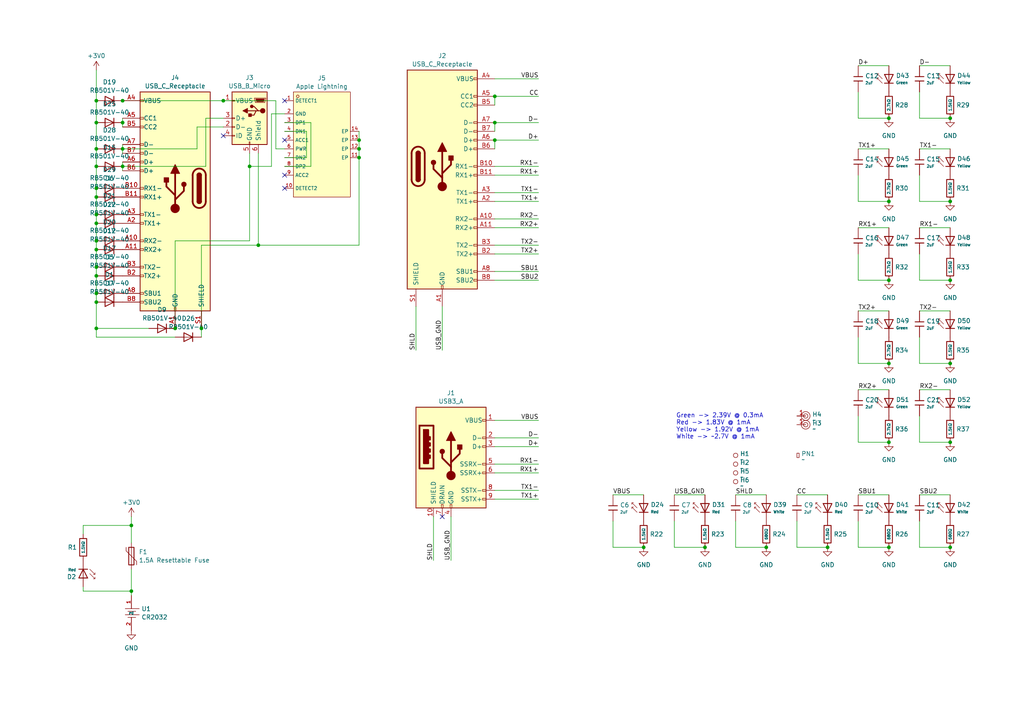
<source format=kicad_sch>
(kicad_sch (version 20231120) (generator "eeschema") (generator_version "8.0")
  (paper "A4")
  (title_block (title "USB Cable Tester") (date "2024-09-25") (rev "2.0") (company "Kea Studios") (comment 1 "Chris Dirks"))
  (junction (at 27.94 95.25))
  (junction (at 104.14 45.72))
  (junction (at 50.8 95.25))
  (junction (at 35.56 48.26))
  (junction (at 64.77 29.21))
  (junction (at 204.47 158.75))
  (junction (at 275.59 158.75))
  (junction (at 240.03 158.75))
  (junction (at 35.56 43.18))
  (junction (at 257.81 58.42))
  (junction (at 222.25 158.75))
  (junction (at 143.51 35.56))
  (junction (at 186.69 158.75))
  (junction (at 27.94 57.15))
  (junction (at 27.94 64.77))
  (junction (at 275.59 58.42))
  (junction (at 257.81 128.27))
  (junction (at 27.94 35.56))
  (junction (at 27.94 72.39))
  (junction (at 275.59 81.28))
  (junction (at 27.94 54.61))
  (junction (at 27.94 80.01))
  (junction (at 35.56 29.21))
  (junction (at 27.94 48.26))
  (junction (at 74.93 71.12))
  (junction (at 257.81 34.29))
  (junction (at 38.1 171.45))
  (junction (at 143.51 27.94))
  (junction (at 257.81 105.41))
  (junction (at 257.81 81.28))
  (junction (at 72.39 48.26))
  (junction (at 38.1 152.4))
  (junction (at 58.42 95.25))
  (junction (at 27.94 29.21))
  (junction (at 257.81 158.75))
  (junction (at 27.94 43.18))
  (junction (at 27.94 85.09))
  (junction (at 104.14 40.64))
  (junction (at 27.94 62.23))
  (junction (at 104.14 43.18))
  (junction (at 275.59 34.29))
  (junction (at 27.94 87.63))
  (junction (at 275.59 105.41))
  (junction (at 35.56 35.56))
  (junction (at 143.51 40.64))
  (junction (at 275.59 128.27))
  (junction (at 27.94 69.85))
  (junction (at 27.94 77.47))
  (no_connect (at 82.55 40.64))
  (no_connect (at 128.27 149.86))
  (no_connect (at 82.55 29.21))
  (no_connect (at 82.55 54.61))
  (no_connect (at 64.77 39.37))
  (no_connect (at 82.55 50.8))
  (wire (pts (xy 143.51 40.64) (xy 143.51 43.18)))
  (wire (pts (xy 248.92 58.42) (xy 257.81 58.42)))
  (wire (pts (xy 143.51 121.92) (xy 156.21 121.92)))
  (wire (pts (xy 213.36 143.51) (xy 222.25 143.51)))
  (wire (pts (xy 266.7 128.27) (xy 275.59 128.27)))
  (wire (pts (xy 231.14 158.75) (xy 240.03 158.75)))
  (wire (pts (xy 27.94 57.15) (xy 27.94 62.23)))
  (wire (pts (xy 50.8 97.79) (xy 27.94 97.79)))
  (wire (pts (xy 143.51 127) (xy 156.21 127)))
  (wire (pts (xy 195.58 158.75) (xy 204.47 158.75)))
  (wire (pts (xy 266.7 120.65) (xy 266.7 128.27)))
  (wire (pts (xy 143.51 35.56) (xy 156.21 35.56)))
  (wire (pts (xy 58.42 71.12) (xy 58.42 95.25)))
  (wire (pts (xy 90.17 35.56) (xy 90.17 48.26)))
  (wire (pts (xy 248.92 66.04) (xy 257.81 66.04)))
  (wire (pts (xy 82.55 35.56) (xy 90.17 35.56)))
  (wire (pts (xy 88.9 45.72) (xy 82.55 45.72)))
  (wire (pts (xy 143.51 22.86) (xy 156.21 22.86)))
  (wire (pts (xy 143.51 134.62) (xy 156.21 134.62)))
  (wire (pts (xy 266.7 50.8) (xy 266.7 58.42)))
  (wire (pts (xy 35.56 35.56) (xy 35.56 36.83)))
  (wire (pts (xy 143.51 40.64) (xy 156.21 40.64)))
  (wire (pts (xy 104.14 45.72) (xy 104.14 43.18)))
  (wire (pts (xy 27.94 85.09) (xy 27.94 87.63)))
  (wire (pts (xy 266.7 81.28) (xy 275.59 81.28)))
  (wire (pts (xy 143.51 63.5) (xy 156.21 63.5)))
  (wire (pts (xy 74.93 71.12) (xy 104.14 71.12)))
  (wire (pts (xy 50.8 95.25) (xy 50.8 69.85)))
  (wire (pts (xy 266.7 58.42) (xy 275.59 58.42)))
  (wire (pts (xy 177.8 158.75) (xy 186.69 158.75)))
  (wire (pts (xy 266.7 73.66) (xy 266.7 81.28)))
  (wire (pts (xy 27.94 48.26) (xy 27.94 54.61)))
  (wire (pts (xy 104.14 71.12) (xy 104.14 45.72)))
  (wire (pts (xy 143.51 71.12) (xy 156.21 71.12)))
  (wire (pts (xy 143.51 66.04) (xy 156.21 66.04)))
  (wire (pts (xy 24.13 152.4) (xy 38.1 152.4)))
  (wire (pts (xy 143.51 129.54) (xy 156.21 129.54)))
  (wire (pts (xy 266.7 151.13) (xy 266.7 158.75)))
  (wire (pts (xy 27.94 29.21) (xy 27.94 35.56)))
  (wire (pts (xy 27.94 95.25) (xy 27.94 87.63)))
  (wire (pts (xy 177.8 151.13) (xy 177.8 158.75)))
  (wire (pts (xy 24.13 152.4) (xy 24.13 154.94)))
  (wire (pts (xy 27.94 35.56) (xy 27.94 43.18)))
  (wire (pts (xy 27.94 80.01) (xy 27.94 85.09)))
  (wire (pts (xy 27.94 97.79) (xy 27.94 95.25)))
  (wire (pts (xy 38.1 152.4) (xy 38.1 157.48)))
  (wire (pts (xy 57.15 43.18) (xy 57.15 36.83)))
  (wire (pts (xy 35.56 48.26) (xy 35.56 49.53)))
  (wire (pts (xy 248.92 128.27) (xy 257.81 128.27)))
  (wire (pts (xy 50.8 69.85) (xy 72.39 69.85)))
  (wire (pts (xy 27.94 69.85) (xy 27.94 72.39)))
  (wire (pts (xy 266.7 158.75) (xy 275.59 158.75)))
  (wire (pts (xy 266.7 143.51) (xy 275.59 143.51)))
  (wire (pts (xy 64.77 29.21) (xy 80.01 29.21)))
  (wire (pts (xy 27.94 72.39) (xy 27.94 77.47)))
  (wire (pts (xy 130.81 149.86) (xy 130.81 162.56)))
  (wire (pts (xy 143.51 137.16) (xy 156.21 137.16)))
  (wire (pts (xy 59.69 48.26) (xy 59.69 34.29)))
  (wire (pts (xy 248.92 143.51) (xy 257.81 143.51)))
  (wire (pts (xy 72.39 48.26) (xy 78.74 48.26)))
  (wire (pts (xy 38.1 149.86) (xy 38.1 152.4)))
  (wire (pts (xy 195.58 143.51) (xy 204.47 143.51)))
  (wire (pts (xy 266.7 43.18) (xy 275.59 43.18)))
  (wire (pts (xy 143.51 35.56) (xy 143.51 38.1)))
  (wire (pts (xy 24.13 171.45) (xy 38.1 171.45)))
  (wire (pts (xy 266.7 66.04) (xy 275.59 66.04)))
  (wire (pts (xy 248.92 43.18) (xy 257.81 43.18)))
  (wire (pts (xy 35.56 46.99) (xy 35.56 48.26)))
  (wire (pts (xy 248.92 113.03) (xy 257.81 113.03)))
  (wire (pts (xy 27.94 77.47) (xy 27.94 80.01)))
  (wire (pts (xy 27.94 54.61) (xy 27.94 57.15)))
  (wire (pts (xy 248.92 81.28) (xy 257.81 81.28)))
  (wire (pts (xy 27.94 62.23) (xy 27.94 64.77)))
  (wire (pts (xy 248.92 105.41) (xy 257.81 105.41)))
  (wire (pts (xy 27.94 95.25) (xy 43.18 95.25)))
  (wire (pts (xy 104.14 43.18) (xy 104.14 40.64)))
  (wire (pts (xy 90.17 48.26) (xy 82.55 48.26)))
  (wire (pts (xy 248.92 19.05) (xy 257.81 19.05)))
  (wire (pts (xy 35.56 35.56) (xy 35.56 34.29)))
  (wire (pts (xy 143.51 73.66) (xy 156.21 73.66)))
  (wire (pts (xy 177.8 143.51) (xy 186.69 143.51)))
  (wire (pts (xy 266.7 105.41) (xy 275.59 105.41)))
  (wire (pts (xy 72.39 48.26) (xy 72.39 44.45)))
  (wire (pts (xy 78.74 33.02) (xy 82.55 33.02)))
  (wire (pts (xy 104.14 40.64) (xy 104.14 38.1)))
  (wire (pts (xy 38.1 165.1) (xy 38.1 171.45)))
  (wire (pts (xy 58.42 95.25) (xy 58.42 97.79)))
  (wire (pts (xy 35.56 41.91) (xy 35.56 43.18)))
  (wire (pts (xy 248.92 26.67) (xy 248.92 34.29)))
  (wire (pts (xy 27.94 43.18) (xy 27.94 48.26)))
  (wire (pts (xy 128.27 88.9) (xy 128.27 101.6)))
  (wire (pts (xy 266.7 97.79) (xy 266.7 105.41)))
  (wire (pts (xy 143.51 50.8) (xy 156.21 50.8)))
  (wire (pts (xy 57.15 36.83) (xy 64.77 36.83)))
  (wire (pts (xy 195.58 151.13) (xy 195.58 158.75)))
  (wire (pts (xy 78.74 48.26) (xy 78.74 33.02)))
  (wire (pts (xy 35.56 48.26) (xy 59.69 48.26)))
  (wire (pts (xy 143.51 48.26) (xy 156.21 48.26)))
  (wire (pts (xy 248.92 151.13) (xy 248.92 158.75)))
  (wire (pts (xy 213.36 158.75) (xy 222.25 158.75)))
  (wire (pts (xy 143.51 58.42) (xy 156.21 58.42)))
  (wire (pts (xy 248.92 73.66) (xy 248.92 81.28)))
  (wire (pts (xy 266.7 34.29) (xy 275.59 34.29)))
  (wire (pts (xy 231.14 143.51) (xy 240.03 143.51)))
  (wire (pts (xy 143.51 144.78) (xy 156.21 144.78)))
  (wire (pts (xy 266.7 26.67) (xy 266.7 34.29)))
  (wire (pts (xy 80.01 29.21) (xy 80.01 43.18)))
  (wire (pts (xy 88.9 38.1) (xy 88.9 45.72)))
  (wire (pts (xy 143.51 27.94) (xy 143.51 30.48)))
  (wire (pts (xy 74.93 44.45) (xy 74.93 71.12)))
  (wire (pts (xy 248.92 120.65) (xy 248.92 128.27)))
  (wire (pts (xy 143.51 27.94) (xy 156.21 27.94)))
  (wire (pts (xy 231.14 151.13) (xy 231.14 158.75)))
  (wire (pts (xy 74.93 71.12) (xy 58.42 71.12)))
  (wire (pts (xy 266.7 113.03) (xy 275.59 113.03)))
  (wire (pts (xy 82.55 38.1) (xy 88.9 38.1)))
  (wire (pts (xy 248.92 158.75) (xy 257.81 158.75)))
  (wire (pts (xy 266.7 90.17) (xy 275.59 90.17)))
  (wire (pts (xy 248.92 97.79) (xy 248.92 105.41)))
  (wire (pts (xy 248.92 90.17) (xy 257.81 90.17)))
  (wire (pts (xy 24.13 170.18) (xy 24.13 171.45)))
  (wire (pts (xy 143.51 78.74) (xy 156.21 78.74)))
  (wire (pts (xy 213.36 151.13) (xy 213.36 158.75)))
  (wire (pts (xy 80.01 43.18) (xy 82.55 43.18)))
  (wire (pts (xy 143.51 142.24) (xy 156.21 142.24)))
  (wire (pts (xy 120.65 88.9) (xy 120.65 101.6)))
  (wire (pts (xy 27.94 64.77) (xy 27.94 69.85)))
  (wire (pts (xy 38.1 171.45) (xy 38.1 172.72)))
  (wire (pts (xy 248.92 34.29) (xy 257.81 34.29)))
  (wire (pts (xy 59.69 34.29) (xy 64.77 34.29)))
  (wire (pts (xy 27.94 20.32) (xy 27.94 29.21)))
  (wire (pts (xy 35.56 43.18) (xy 35.56 44.45)))
  (wire (pts (xy 35.56 43.18) (xy 57.15 43.18)))
  (wire (pts (xy 143.51 55.88) (xy 156.21 55.88)))
  (wire (pts (xy 72.39 69.85) (xy 72.39 48.26)))
  (wire (pts (xy 125.73 149.86) (xy 125.73 162.56)))
  (wire (pts (xy 266.7 19.05) (xy 275.59 19.05)))
  (wire (pts (xy 143.51 81.28) (xy 156.21 81.28)))
  (wire (pts (xy 248.92 50.8) (xy 248.92 58.42)))
  (wire (pts (xy 35.56 29.21) (xy 64.77 29.21)))
  (text "Green -> 2.39V @ 0.3mA\nRed -> 1.83V @ 1mA\nYellow -> 1.92V @ 1mA\nWhite -> ~2.7V @ 1mA\n" (at 196.088 123.698 0) (effects (font (size 1.27 1.27)) (justify left)))
  (label "SHLD" (at 125.73 162.56 90))
  (label "RX1-" (at 156.21 134.62 180))
  (label "TX2-" (at 156.21 71.12 180))
  (label "RX1+" (at 156.21 137.16 180))
  (label "VBUS" (at 156.21 22.86 180))
  (label "TX2+" (at 248.92 90.17 0))
  (label "RX1-" (at 266.7 66.04 0))
  (label "RX2-" (at 156.21 63.5 180))
  (label "TX1-" (at 266.7 43.18 0))
  (label "RX1+" (at 248.92 66.04 0))
  (label "D+" (at 156.21 129.54 180))
  (label "TX2-" (at 266.7 90.17 0))
  (label "SHLD" (at 120.65 101.6 90))
  (label "TX1-" (at 156.21 142.24 180))
  (label "D-" (at 156.21 35.56 180))
  (label "VBUS" (at 156.21 121.92 180))
  (label "D-" (at 266.7 19.05 0))
  (label "CC" (at 231.14 143.51 0))
  (label "USB_GND" (at 128.27 101.6 90))
  (label "D+" (at 248.92 19.05 0))
  (label "RX2+" (at 248.92 113.03 0))
  (label "RX1-" (at 156.21 48.26 180))
  (label "SBU2" (at 266.7 143.51 0))
  (label "SBU2" (at 156.21 81.28 180))
  (label "USB_GND" (at 130.81 162.56 90))
  (label "TX1+" (at 156.21 144.78 180))
  (label "D-" (at 156.21 127 180))
  (label "SBU1" (at 156.21 78.74 180))
  (label "USB_GND" (at 195.58 143.51 0))
  (label "SBU1" (at 248.92 143.51 0))
  (label "CC" (at 156.21 27.94 180))
  (label "RX2+" (at 156.21 66.04 180))
  (label "VBUS" (at 177.8 143.51 0))
  (label "TX1+" (at 156.21 58.42 180))
  (label "TX2+" (at 156.21 73.66 180))
  (label "SHLD" (at 213.36 143.51 0))
  (label "TX1+" (at 248.92 43.18 0))
  (label "TX1-" (at 156.21 55.88 180))
  (label "D+" (at 156.21 40.64 180))
  (label "RX2-" (at 266.7 113.03 0))
  (label "RX1+" (at 156.21 50.8 180))
  (symbol (lib_id "power:GND") (at 257.81 158.75 0) (unit 1)
    (property "Reference" "#PWR015" (effects (hide yes)))
    (property "Value" "GND" (at 257.81 163.83 0))
  )
  (symbol (lib_id "JLCPCB-Capacitors:0402,2uF") (at 248.92 147.32 0) (unit 1)
    (property "Reference" "C10" (at 250.952 146.486 0) (effects (justify left)))
    (property "Value" "2uF" (at 250.952 148.5322 0) (effects (font (size 0.8 0.8)) (justify left)))
    (property "Footprint" "JLCPCB-Kicad-Footprints:C_0402" (effects (hide yes)))
    (property "Datasheet" "https://datasheet.lcsc.com/lcsc/1811021410_Samsung-Electro-Mechanics-CL05A225MQ5NSNC_C12530.pdf" (effects (hide yes)))
    (property "Description" "6.3V 2.2uF X5R ±20% 0402 Multilayer Ceramic Capacitors MLCC - SMD/SMT ROHS" (effects (hide yes)))
    (property "LCSC" "C12530" (effects (hide yes)))
    (property "Price" "0.005USD" (effects (hide yes)))
    (property "Class" "Basic Component" (effects (hide yes)))
    (property "Stock" "2477905" (effects (hide yes)))
    (property "Category" "Capacitors,Multilayer Ceramic Capacitors MLCC - SMD/SMT" (effects (hide yes)))
    (property "Manufacturer" "Samsung Electro-Mechanics" (effects (hide yes)))
    (property "Manufacturer Part ID" "CL05A225MQ5NSNC" (effects (hide yes)))
    (property "Voltage Rated" "6.3V" (effects (hide yes)))
    (property "Tolerance" "±20%" (effects (hide yes)))
    (property "Capacitance" "2.2uF" (effects (hide yes)))
    (property "Temperature Coefficient" "X5R" (effects (hide yes)))
  )
  (symbol (lib_id "JLCPCB-Capacitors:0402,2uF") (at 248.92 116.84 0) (unit 1)
    (property "Reference" "C20" (at 250.952 116.006 0) (effects (justify left)))
    (property "Value" "2uF" (at 250.952 118.0522 0) (effects (font (size 0.8 0.8)) (justify left)))
    (property "Footprint" "JLCPCB-Kicad-Footprints:C_0402" (effects (hide yes)))
    (property "Datasheet" "https://datasheet.lcsc.com/lcsc/1811021410_Samsung-Electro-Mechanics-CL05A225MQ5NSNC_C12530.pdf" (effects (hide yes)))
    (property "Description" "6.3V 2.2uF X5R ±20% 0402 Multilayer Ceramic Capacitors MLCC - SMD/SMT ROHS" (effects (hide yes)))
    (property "LCSC" "C12530" (effects (hide yes)))
    (property "Price" "0.005USD" (effects (hide yes)))
    (property "Class" "Basic Component" (effects (hide yes)))
    (property "Stock" "2477905" (effects (hide yes)))
    (property "Category" "Capacitors,Multilayer Ceramic Capacitors MLCC - SMD/SMT" (effects (hide yes)))
    (property "Manufacturer" "Samsung Electro-Mechanics" (effects (hide yes)))
    (property "Manufacturer Part ID" "CL05A225MQ5NSNC" (effects (hide yes)))
    (property "Voltage Rated" "6.3V" (effects (hide yes)))
    (property "Tolerance" "±20%" (effects (hide yes)))
    (property "Capacitance" "2.2uF" (effects (hide yes)))
    (property "Temperature Coefficient" "X5R" (effects (hide yes)))
  )
  (symbol (lib_id "JLCPCB-Manufacturing:Mounting Hole, 3mm, Via Stiched") (at 233.68 123.19 0) (unit 1)
    (property "Reference" "H3" (at 235.585 122.7208 0) (effects (justify left)))
    (property "Value" "~" (at 235.585 124.4022 0) (effects (justify left)))
    (property "Footprint" "JLCPCB-Kicad-Footprints:Hole, 3mm" (effects (hide yes)))
  )
  (symbol (lib_id "power:GND") (at 257.81 128.27 0) (unit 1)
    (property "Reference" "#PWR025" (effects (hide yes)))
    (property "Value" "GND" (at 257.81 133.35 0))
  )
  (symbol (lib_id "Device:D") (at 31.75 62.23 180) (unit 1)
    (property "Reference" "D21" (at 31.75 56.8155 0))
    (property "Value" "RB501V-40" (at 31.75 59.2398 0))
    (property "Footprint" "Diode_SMD:D_SOD-323" (effects (hide yes)))
    (property "Description" "Diode" (effects (hide yes)))
    (property "Sim.Device" "D" (effects (hide yes)))
    (property "Sim.Pins" "1=K 2=A" (effects (hide yes)))
    (property "LCSC" "C7502717" (effects (hide yes)))
  )
  (symbol (lib_id "JLCPCB-Diodes:LED,0805,Green") (at 257.81 22.86 0) (unit 1)
    (property "Reference" "D43" (at 259.8419 21.9307 0) (effects (justify left)))
    (property "Value" "Green" (at 259.8419 23.9769 0) (effects (font (size 0.8 0.8)) (justify left)))
    (property "Footprint" "JLCPCB-Kicad-Footprints:D_0805" (effects (hide yes)))
    (property "Datasheet" "https://www.lcsc.com/datasheet/lcsc_datasheet_1806151820_Hubei-KENTO-Elec-KT-0805G_C2297.pdf" (effects (hide yes)))
    (property "Description" "Emerald 0805 LED Indication - Discrete ROHS" (effects (hide yes)))
    (property "LCSC" "C2297" (effects (hide yes)))
    (property "Price" "0.013USD" (effects (hide yes)))
    (property "Class" "Basic Component" (effects (hide yes)))
    (property "Stock" "1147191" (effects (hide yes)))
    (property "Category" "Optoelectronics,Light Emitting Diodes (LED)" (effects (hide yes)))
    (property "Manufacturer" "Hubei KENTO Elec" (effects (hide yes)))
    (property "Manufacturer Part ID" "KT-0805G" (effects (hide yes)))
  )
  (symbol (lib_id "JLCPCB-Diodes:LED,0805,Yellow") (at 275.59 93.98 0) (unit 1)
    (property "Reference" "D50" (at 277.6219 93.0507 0) (effects (justify left)))
    (property "Value" "Yellow" (at 277.6219 95.0969 0) (effects (font (size 0.8 0.8)) (justify left)))
    (property "Footprint" "JLCPCB-Kicad-Footprints:D_0805" (effects (hide yes)))
    (property "Datasheet" "https://www.lcsc.com/datasheet/lcsc_datasheet_1806151129_Hubei-KENTO-Elec-KT-0805Y_C2296.pdf" (effects (hide yes)))
    (property "Description" "Yellow 0805 LED Indication - Discrete ROHS" (effects (hide yes)))
    (property "LCSC" "C2296" (effects (hide yes)))
    (property "Price" "0.015USD" (effects (hide yes)))
    (property "Class" "Basic Component" (effects (hide yes)))
    (property "Stock" "207467" (effects (hide yes)))
    (property "Category" "Optocouplers & LEDs & Infrared,Light Emitting Diodes (LED)" (effects (hide yes)))
    (property "Manufacturer" "Hubei KENTO Elec" (effects (hide yes)))
    (property "Manufacturer Part ID" "KT-0805Y" (effects (hide yes)))
  )
  (symbol (lib_id "power:GND") (at 275.59 158.75 0) (unit 1)
    (property "Reference" "#PWR016" (effects (hide yes)))
    (property "Value" "GND" (at 275.59 163.83 0))
  )
  (symbol (lib_id "power:GND") (at 38.1 182.88 0) (unit 1)
    (property "Reference" "#PWR02" (effects (hide yes)))
    (property "Value" "GND" (at 38.1 187.96 0))
  )
  (symbol (lib_id "JLCPCB-Diodes:LED,0805,Red") (at 186.69 147.32 0) (unit 1)
    (property "Reference" "D24" (at 188.7219 146.3907 0) (effects (justify left)))
    (property "Value" "Red" (at 188.7219 148.4369 0) (effects (font (size 0.8 0.8)) (justify left)))
    (property "Footprint" "JLCPCB-Kicad-Footprints:D_0805" (effects (hide yes)))
    (property "Datasheet" "https://datasheet.lcsc.com/lcsc/2304140030_Foshan-NationStar-Optoelectronics-NCD0805R1_C84256.pdf" (effects (hide yes)))
    (property "Description" "25mA Colorless transparent lens 67mcd~195mcd -30°C~+85°C 615nm~630nm Individual diode Red 130° 65mW 1.6V~2.6V 0805 LED Indication - Discrete ROHS" (effects (hide yes)))
    (property "LCSC" "C84256" (effects (hide yes)))
    (property "Price" "0.014USD" (effects (hide yes)))
    (property "Class" "Basic Component" (effects (hide yes)))
    (property "Stock" "1030643" (effects (hide yes)))
    (property "Category" "Optoelectronics,Light Emitting Diodes (LED)" (effects (hide yes)))
    (property "Manufacturer" "Foshan NationStar Optoelectronics" (effects (hide yes)))
    (property "Manufacturer Part ID" "NCD0805R1" (effects (hide yes)))
    (property "Operating Temperature" "-" (effects (hide yes)))
    (property "Color Temperature" "-" (effects (hide yes)))
    (property "Viewing Angle" "-" (effects (hide yes)))
    (property "Luminous Flux (@25°C)" "-" (effects (hide yes)))
    (property "Lamp Holder Type" "-" (effects (hide yes)))
    (property "Forward Current" "-" (effects (hide yes)))
    (property "Forward Voltage (VF)" "-" (effects (hide yes)))
    (property "Mounting Sytle" "-" (effects (hide yes)))
    (property "Luminous Intensity" "-" (effects (hide yes)))
    (property "Dominant Wavelength" "-" (effects (hide yes)))
    (property "Power Dissipation" "-" (effects (hide yes)))
    (property "Emitted Color" "Red" (effects (hide yes)))
    (property "Diode Configuration" "-" (effects (hide yes)))
    (property "Lens Color" "-" (effects (hide yes)))
    (property "Peak Wavelength" "-" (effects (hide yes)))
  )
  (symbol (lib_id "JLCPCB-Manufacturing:Tooling Hole, JLCPCB, 1.152mm") (at 213.36 137.16 0) (unit 1)
    (property "Reference" "H5" (at 214.63 136.6908 0) (effects (justify left)))
    (property "Value" "~" (at 214.63 138.3722 0) (effects (justify left)))
    (property "Footprint" "JLCPCB-Kicad-Footprints:Hole_Tooling_JLCPCB" (effects (hide yes)))
    (property "Datasheet" "https://jlcpcb.com/help/article/How-to-add-tooling-holes-for-PCB-assembly-order" (effects (hide yes)))
    (property "Description" "1. Two or three tooling holes should be added on the PCB, they should be placed in opposite corners of the PCB and as far apart from one another as practical. 2. Tooling holes should be 1.152mm(45.4mil) round non-plated holes with 0.148mm solder mask expansion. 3. Tooling holes are only required for PCB assembly orders. 4. Please try to add tooling holes on empty space and keep them away from traces. If there is no enough room, you can add them to the copper area." (effects (hide yes)))
  )
  (symbol (lib_id "JLCPCB-Resistors:0402,1kΩ") (at 186.69 154.94 0) (unit 1)
    (property "Reference" "R22" (at 188.468 154.94 0) (effects (justify left)))
    (property "Value" "1.5kΩ" (at 186.69 154.94 90) (effects (font (size 0.8 0.8))))
    (property "Footprint" "JLCPCB-Kicad-Footprints:R_0402" (effects (hide yes)))
    (property "LCSC" "C25867" (effects (hide yes)))
    (property "Price" "0.004USD" (effects (hide yes)))
    (property "Class" "Basic Component" (effects (hide yes)))
  )
  (symbol (lib_id "JLCPCB-Resistors:0402,1kΩ") (at 275.59 30.48 0) (unit 1)
    (property "Reference" "R29" (at 277.368 30.48 0) (effects (justify left)))
    (property "Value" "1.5kΩ" (at 275.59 30.48 90) (effects (font (size 0.8 0.8))))
    (property "Footprint" "JLCPCB-Kicad-Footprints:R_0402" (effects (hide yes)))
    (property "LCSC" "C25867" (effects (hide yes)))
    (property "Price" "0.004USD" (effects (hide yes)))
    (property "Class" "Basic Component" (effects (hide yes)))
  )
  (symbol (lib_id "power:GND") (at 257.81 34.29 0) (unit 1)
    (property "Reference" "#PWR017" (effects (hide yes)))
    (property "Value" "GND" (at 257.81 39.37 0))
  )
  (symbol (lib_id "Device:D") (at 31.75 54.61 180) (unit 1)
    (property "Reference" "D29" (at 31.75 49.1955 0))
    (property "Value" "RB501V-40" (at 31.75 51.6198 0))
    (property "Footprint" "Diode_SMD:D_SOD-323" (effects (hide yes)))
    (property "Description" "Diode" (effects (hide yes)))
    (property "Sim.Device" "D" (effects (hide yes)))
    (property "Sim.Pins" "1=K 2=A" (effects (hide yes)))
    (property "LCSC" "C7502717" (effects (hide yes)))
  )
  (symbol (lib_id "JLCPCB-Diodes:LED,0805,Red") (at 204.47 147.32 0) (unit 1)
    (property "Reference" "D31" (at 206.5019 146.3907 0) (effects (justify left)))
    (property "Value" "Red" (at 206.5019 148.4369 0) (effects (font (size 0.8 0.8)) (justify left)))
    (property "Footprint" "JLCPCB-Kicad-Footprints:D_0805" (effects (hide yes)))
    (property "Datasheet" "https://datasheet.lcsc.com/lcsc/2304140030_Foshan-NationStar-Optoelectronics-NCD0805R1_C84256.pdf" (effects (hide yes)))
    (property "Description" "25mA Colorless transparent lens 67mcd~195mcd -30°C~+85°C 615nm~630nm Individual diode Red 130° 65mW 1.6V~2.6V 0805 LED Indication - Discrete ROHS" (effects (hide yes)))
    (property "LCSC" "C84256" (effects (hide yes)))
    (property "Price" "0.014USD" (effects (hide yes)))
    (property "Class" "Basic Component" (effects (hide yes)))
    (property "Stock" "1030643" (effects (hide yes)))
    (property "Category" "Optoelectronics,Light Emitting Diodes (LED)" (effects (hide yes)))
    (property "Manufacturer" "Foshan NationStar Optoelectronics" (effects (hide yes)))
    (property "Manufacturer Part ID" "NCD0805R1" (effects (hide yes)))
    (property "Operating Temperature" "-" (effects (hide yes)))
    (property "Color Temperature" "-" (effects (hide yes)))
    (property "Viewing Angle" "-" (effects (hide yes)))
    (property "Luminous Flux (@25°C)" "-" (effects (hide yes)))
    (property "Lamp Holder Type" "-" (effects (hide yes)))
    (property "Forward Current" "-" (effects (hide yes)))
    (property "Forward Voltage (VF)" "-" (effects (hide yes)))
    (property "Mounting Sytle" "-" (effects (hide yes)))
    (property "Luminous Intensity" "-" (effects (hide yes)))
    (property "Dominant Wavelength" "-" (effects (hide yes)))
    (property "Power Dissipation" "-" (effects (hide yes)))
    (property "Emitted Color" "Red" (effects (hide yes)))
    (property "Diode Configuration" "-" (effects (hide yes)))
    (property "Lens Color" "-" (effects (hide yes)))
    (property "Peak Wavelength" "-" (effects (hide yes)))
  )
  (symbol (lib_id "JLCPCB-Capacitors:0402,2uF") (at 266.7 22.86 0) (unit 1)
    (property "Reference" "C13" (at 268.732 22.026 0) (effects (justify left)))
    (property "Value" "2uF" (at 268.732 24.0722 0) (effects (font (size 0.8 0.8)) (justify left)))
    (property "Footprint" "JLCPCB-Kicad-Footprints:C_0402" (effects (hide yes)))
    (property "Datasheet" "https://datasheet.lcsc.com/lcsc/1811021410_Samsung-Electro-Mechanics-CL05A225MQ5NSNC_C12530.pdf" (effects (hide yes)))
    (property "Description" "6.3V 2.2uF X5R ±20% 0402 Multilayer Ceramic Capacitors MLCC - SMD/SMT ROHS" (effects (hide yes)))
    (property "LCSC" "C12530" (effects (hide yes)))
    (property "Price" "0.005USD" (effects (hide yes)))
    (property "Class" "Basic Component" (effects (hide yes)))
    (property "Stock" "2477905" (effects (hide yes)))
    (property "Category" "Capacitors,Multilayer Ceramic Capacitors MLCC - SMD/SMT" (effects (hide yes)))
    (property "Manufacturer" "Samsung Electro-Mechanics" (effects (hide yes)))
    (property "Manufacturer Part ID" "CL05A225MQ5NSNC" (effects (hide yes)))
    (property "Voltage Rated" "6.3V" (effects (hide yes)))
    (property "Tolerance" "±20%" (effects (hide yes)))
    (property "Capacitance" "2.2uF" (effects (hide yes)))
    (property "Temperature Coefficient" "X5R" (effects (hide yes)))
  )
  (symbol (lib_id "JLCPCB-Capacitors:0402,2uF") (at 266.7 116.84 0) (unit 1)
    (property "Reference" "C21" (at 268.732 116.006 0) (effects (justify left)))
    (property "Value" "2uF" (at 268.732 118.0522 0) (effects (font (size 0.8 0.8)) (justify left)))
    (property "Footprint" "JLCPCB-Kicad-Footprints:C_0402" (effects (hide yes)))
    (property "Datasheet" "https://datasheet.lcsc.com/lcsc/1811021410_Samsung-Electro-Mechanics-CL05A225MQ5NSNC_C12530.pdf" (effects (hide yes)))
    (property "Description" "6.3V 2.2uF X5R ±20% 0402 Multilayer Ceramic Capacitors MLCC - SMD/SMT ROHS" (effects (hide yes)))
    (property "LCSC" "C12530" (effects (hide yes)))
    (property "Price" "0.005USD" (effects (hide yes)))
    (property "Class" "Basic Component" (effects (hide yes)))
    (property "Stock" "2477905" (effects (hide yes)))
    (property "Category" "Capacitors,Multilayer Ceramic Capacitors MLCC - SMD/SMT" (effects (hide yes)))
    (property "Manufacturer" "Samsung Electro-Mechanics" (effects (hide yes)))
    (property "Manufacturer Part ID" "CL05A225MQ5NSNC" (effects (hide yes)))
    (property "Voltage Rated" "6.3V" (effects (hide yes)))
    (property "Tolerance" "±20%" (effects (hide yes)))
    (property "Capacitance" "2.2uF" (effects (hide yes)))
    (property "Temperature Coefficient" "X5R" (effects (hide yes)))
  )
  (symbol (lib_id "JLC2KiCadLib:C70373") (at 38.1 177.8 270) (unit 1)
    (property "Reference" "U1" (at 41.021 176.5878 90) (effects (justify left)))
    (property "Value" "CR2032" (at 41.021 179.0121 90) (effects (justify left)))
    (property "Footprint" "JLC2KiCadLib:BatteryHolder_Keystone_3002_1x2032" (effects (hide yes)))
    (property "Datasheet" "https://item.szlcsc.com/71468.html" (effects (hide yes)))
    (property "LCSC" "C70373" (effects (hide yes)))
  )
  (symbol (lib_id "JLCPCB-Resistors:0402,1kΩ") (at 257.81 30.48 0) (unit 1)
    (property "Reference" "R28" (at 259.588 30.48 0) (effects (justify left)))
    (property "Value" "2.7kΩ" (at 257.81 30.48 90) (effects (font (size 0.8 0.8))))
    (property "Footprint" "JLCPCB-Kicad-Footprints:R_0402" (effects (hide yes)))
    (property "LCSC" "C3017488" (effects (hide yes)))
    (property "Price" "0.004USD" (effects (hide yes)))
    (property "Class" "Basic Component" (effects (hide yes)))
  )
  (symbol (lib_id "power:GND") (at 257.81 81.28 0) (unit 1)
    (property "Reference" "#PWR021" (effects (hide yes)))
    (property "Value" "GND" (at 257.81 86.36 0))
  )
  (symbol (lib_id "power:+3V0") (at 38.1 149.86 0) (unit 1)
    (property "Reference" "#PWR05" (effects (hide yes)))
    (property "Value" "+3V0" (at 38.1 145.7269 0))
    (property "Description" "Power symbol creates a global label with name \"+3V0\"" (effects (hide yes)))
  )
  (symbol (lib_id "Connector:USB_B_Micro") (at 72.39 34.29 0) (mirror y) (unit 1)
    (property "Reference" "J3" (at 72.39 22.5255 0))
    (property "Value" "USB_B_Micro" (at 72.39 24.9498 0))
    (property "Footprint" "JLC2KiCadLib:USB_Micro-B_XKB_U254-051T-4BH83-F1S" (effects (hide yes)))
    (property "Description" "USB Micro Type B connector" (effects (hide yes)))
    (property "LCSC" "C2682231" (effects (hide yes)))
  )
  (symbol (lib_id "JLCPCB-Capacitors:0402,2uF") (at 266.7 147.32 0) (unit 1)
    (property "Reference" "C11" (at 268.732 146.486 0) (effects (justify left)))
    (property "Value" "2uF" (at 268.732 148.5322 0) (effects (font (size 0.8 0.8)) (justify left)))
    (property "Footprint" "JLCPCB-Kicad-Footprints:C_0402" (effects (hide yes)))
    (property "Datasheet" "https://datasheet.lcsc.com/lcsc/1811021410_Samsung-Electro-Mechanics-CL05A225MQ5NSNC_C12530.pdf" (effects (hide yes)))
    (property "Description" "6.3V 2.2uF X5R ±20% 0402 Multilayer Ceramic Capacitors MLCC - SMD/SMT ROHS" (effects (hide yes)))
    (property "LCSC" "C12530" (effects (hide yes)))
    (property "Price" "0.005USD" (effects (hide yes)))
    (property "Class" "Basic Component" (effects (hide yes)))
    (property "Stock" "2477905" (effects (hide yes)))
    (property "Category" "Capacitors,Multilayer Ceramic Capacitors MLCC - SMD/SMT" (effects (hide yes)))
    (property "Manufacturer" "Samsung Electro-Mechanics" (effects (hide yes)))
    (property "Manufacturer Part ID" "CL05A225MQ5NSNC" (effects (hide yes)))
    (property "Voltage Rated" "6.3V" (effects (hide yes)))
    (property "Tolerance" "±20%" (effects (hide yes)))
    (property "Capacitance" "2.2uF" (effects (hide yes)))
    (property "Temperature Coefficient" "X5R" (effects (hide yes)))
  )
  (symbol (lib_id "JLCPCB-Capacitors:0402,2uF") (at 266.7 93.98 0) (unit 1)
    (property "Reference" "C19" (at 268.732 93.146 0) (effects (justify left)))
    (property "Value" "2uF" (at 268.732 95.1922 0) (effects (font (size 0.8 0.8)) (justify left)))
    (property "Footprint" "JLCPCB-Kicad-Footprints:C_0402" (effects (hide yes)))
    (property "Datasheet" "https://datasheet.lcsc.com/lcsc/1811021410_Samsung-Electro-Mechanics-CL05A225MQ5NSNC_C12530.pdf" (effects (hide yes)))
    (property "Description" "6.3V 2.2uF X5R ±20% 0402 Multilayer Ceramic Capacitors MLCC - SMD/SMT ROHS" (effects (hide yes)))
    (property "LCSC" "C12530" (effects (hide yes)))
    (property "Price" "0.005USD" (effects (hide yes)))
    (property "Class" "Basic Component" (effects (hide yes)))
    (property "Stock" "2477905" (effects (hide yes)))
    (property "Category" "Capacitors,Multilayer Ceramic Capacitors MLCC - SMD/SMT" (effects (hide yes)))
    (property "Manufacturer" "Samsung Electro-Mechanics" (effects (hide yes)))
    (property "Manufacturer Part ID" "CL05A225MQ5NSNC" (effects (hide yes)))
    (property "Voltage Rated" "6.3V" (effects (hide yes)))
    (property "Tolerance" "±20%" (effects (hide yes)))
    (property "Capacitance" "2.2uF" (effects (hide yes)))
    (property "Temperature Coefficient" "X5R" (effects (hide yes)))
  )
  (symbol (lib_id "power:GND") (at 257.81 58.42 0) (unit 1)
    (property "Reference" "#PWR019" (effects (hide yes)))
    (property "Value" "GND" (at 257.81 63.5 0))
  )
  (symbol (lib_id "power:GND") (at 275.59 128.27 0) (unit 1)
    (property "Reference" "#PWR026" (effects (hide yes)))
    (property "Value" "GND" (at 275.59 133.35 0))
  )
  (symbol (lib_id "power:GND") (at 186.69 158.75 0) (unit 1)
    (property "Reference" "#PWR011" (effects (hide yes)))
    (property "Value" "GND" (at 186.69 163.83 0))
  )
  (symbol (lib_id "JLCPCB-Capacitors:0402,2uF") (at 248.92 69.85 0) (unit 1)
    (property "Reference" "C16" (at 250.952 69.016 0) (effects (justify left)))
    (property "Value" "2uF" (at 250.952 71.0622 0) (effects (font (size 0.8 0.8)) (justify left)))
    (property "Footprint" "JLCPCB-Kicad-Footprints:C_0402" (effects (hide yes)))
    (property "Datasheet" "https://datasheet.lcsc.com/lcsc/1811021410_Samsung-Electro-Mechanics-CL05A225MQ5NSNC_C12530.pdf" (effects (hide yes)))
    (property "Description" "6.3V 2.2uF X5R ±20% 0402 Multilayer Ceramic Capacitors MLCC - SMD/SMT ROHS" (effects (hide yes)))
    (property "LCSC" "C12530" (effects (hide yes)))
    (property "Price" "0.005USD" (effects (hide yes)))
    (property "Class" "Basic Component" (effects (hide yes)))
    (property "Stock" "2477905" (effects (hide yes)))
    (property "Category" "Capacitors,Multilayer Ceramic Capacitors MLCC - SMD/SMT" (effects (hide yes)))
    (property "Manufacturer" "Samsung Electro-Mechanics" (effects (hide yes)))
    (property "Manufacturer Part ID" "CL05A225MQ5NSNC" (effects (hide yes)))
    (property "Voltage Rated" "6.3V" (effects (hide yes)))
    (property "Tolerance" "±20%" (effects (hide yes)))
    (property "Capacitance" "2.2uF" (effects (hide yes)))
    (property "Temperature Coefficient" "X5R" (effects (hide yes)))
  )
  (symbol (lib_id "Device:D") (at 31.75 57.15 180) (unit 1)
    (property "Reference" "D6" (at 31.75 51.7355 0))
    (property "Value" "RB501V-40" (at 31.75 54.1598 0))
    (property "Footprint" "Diode_SMD:D_SOD-323" (effects (hide yes)))
    (property "Description" "Diode" (effects (hide yes)))
    (property "Sim.Device" "D" (effects (hide yes)))
    (property "Sim.Pins" "1=K 2=A" (effects (hide yes)))
    (property "LCSC" "C7502717" (effects (hide yes)))
  )
  (symbol (lib_id "Device:Polyfuse") (at 38.1 161.29 0) (unit 1)
    (property "Reference" "F1" (at 40.259 160.0778 0) (effects (justify left)))
    (property "Value" "1.5A Resettable Fuse" (at 40.259 162.5021 0) (effects (justify left)))
    (property "Footprint" "Fuse:Fuse_1206_3216Metric" (effects (hide yes)))
    (property "Description" "Resettable fuse, polymeric positive temperature coefficient" (effects (hide yes)))
    (property "LCSC" "C2838983" (effects (hide yes)))
  )
  (symbol (lib_id "Device:D") (at 31.75 48.26 180) (unit 1)
    (property "Reference" "D15" (at 31.75 42.8455 0))
    (property "Value" "RB501V-40" (at 31.75 45.2698 0))
    (property "Footprint" "Diode_SMD:D_SOD-323" (effects (hide yes)))
    (property "Description" "Diode" (effects (hide yes)))
    (property "Sim.Device" "D" (effects (hide yes)))
    (property "Sim.Pins" "1=K 2=A" (effects (hide yes)))
    (property "LCSC" "C7502717" (effects (hide yes)))
  )
  (symbol (lib_id "JLCPCB-Manufacturing:Tooling Hole, JLCPCB, 1.152mm") (at 213.36 139.7 0) (unit 1)
    (property "Reference" "H6" (at 214.63 139.2308 0) (effects (justify left)))
    (property "Value" "~" (at 214.63 140.9122 0) (effects (justify left)))
    (property "Footprint" "JLCPCB-Kicad-Footprints:Hole_Tooling_JLCPCB" (effects (hide yes)))
    (property "Datasheet" "https://jlcpcb.com/help/article/How-to-add-tooling-holes-for-PCB-assembly-order" (effects (hide yes)))
    (property "Description" "1. Two or three tooling holes should be added on the PCB, they should be placed in opposite corners of the PCB and as far apart from one another as practical. 2. Tooling holes should be 1.152mm(45.4mil) round non-plated holes with 0.148mm solder mask expansion. 3. Tooling holes are only required for PCB assembly orders. 4. Please try to add tooling holes on empty space and keep them away from traces. If there is no enough room, you can add them to the copper area." (effects (hide yes)))
  )
  (symbol (lib_id "JLCPCB-Diodes:LED,0805,White") (at 257.81 147.32 0) (unit 1)
    (property "Reference" "D41" (at 259.8419 146.3907 0) (effects (justify left)))
    (property "Value" "White" (at 259.8419 148.4369 0) (effects (font (size 0.8 0.8)) (justify left)))
    (property "Footprint" "JLCPCB-Kicad-Footprints:D_0805" (effects (hide yes)))
    (property "Datasheet" "https://www.lcsc.com/datasheet/lcsc_datasheet_2305091500_Hubei-KENTO-Elec-KT-0805W_C34499.pdf" (effects (hide yes)))
    (property "Description" "0805 LED Indication - Discrete ROHS" (effects (hide yes)))
    (property "LCSC" "C34499" (effects (hide yes)))
    (property "Price" "0.018USD" (effects (hide yes)))
    (property "Class" "Basic Component" (effects (hide yes)))
    (property "Stock" "202174" (effects (hide yes)))
    (property "Category" "Optocouplers & LEDs & Infrared,Light Emitting Diodes (LED)" (effects (hide yes)))
    (property "Manufacturer" "Hubei KENTO Elec" (effects (hide yes)))
    (property "Manufacturer Part ID" "KT-0805W" (effects (hide yes)))
  )
  (symbol (lib_id "JLCPCB-Resistors:0402,1kΩ") (at 275.59 54.61 0) (unit 1)
    (property "Reference" "R31" (at 277.368 54.61 0) (effects (justify left)))
    (property "Value" "1.5kΩ" (at 275.59 54.61 90) (effects (font (size 0.8 0.8))))
    (property "Footprint" "JLCPCB-Kicad-Footprints:R_0402" (effects (hide yes)))
    (property "LCSC" "C25867" (effects (hide yes)))
    (property "Price" "0.004USD" (effects (hide yes)))
    (property "Class" "Basic Component" (effects (hide yes)))
  )
  (symbol (lib_id "JLCPCB-Diodes:LED,0805,Red") (at 24.13 166.37 180) (unit 1)
    (property "Reference" "D2" (at 22.0981 167.2993 0) (effects (justify left)))
    (property "Value" "Red" (at 22.0981 165.2531 0) (effects (font (size 0.8 0.8)) (justify left)))
    (property "Footprint" "JLCPCB-Kicad-Footprints:D_0805" (effects (hide yes)))
    (property "Datasheet" "https://datasheet.lcsc.com/lcsc/2304140030_Foshan-NationStar-Optoelectronics-NCD0805R1_C84256.pdf" (effects (hide yes)))
    (property "Description" "25mA Colorless transparent lens 67mcd~195mcd -30°C~+85°C 615nm~630nm Individual diode Red 130° 65mW 1.6V~2.6V 0805 LED Indication - Discrete ROHS" (effects (hide yes)))
    (property "LCSC" "C84256" (effects (hide yes)))
    (property "Price" "0.014USD" (effects (hide yes)))
    (property "Class" "Basic Component" (effects (hide yes)))
    (property "Stock" "1030643" (effects (hide yes)))
    (property "Category" "Optoelectronics,Light Emitting Diodes (LED)" (effects (hide yes)))
    (property "Manufacturer" "Foshan NationStar Optoelectronics" (effects (hide yes)))
    (property "Manufacturer Part ID" "NCD0805R1" (effects (hide yes)))
    (property "Operating Temperature" "-" (effects (hide yes)))
    (property "Color Temperature" "-" (effects (hide yes)))
    (property "Viewing Angle" "-" (effects (hide yes)))
    (property "Luminous Flux (@25°C)" "-" (effects (hide yes)))
    (property "Lamp Holder Type" "-" (effects (hide yes)))
    (property "Forward Current" "-" (effects (hide yes)))
    (property "Forward Voltage (VF)" "-" (effects (hide yes)))
    (property "Mounting Sytle" "-" (effects (hide yes)))
    (property "Luminous Intensity" "-" (effects (hide yes)))
    (property "Dominant Wavelength" "-" (effects (hide yes)))
    (property "Power Dissipation" "-" (effects (hide yes)))
    (property "Emitted Color" "Red" (effects (hide yes)))
    (property "Diode Configuration" "-" (effects (hide yes)))
    (property "Lens Color" "-" (effects (hide yes)))
    (property "Peak Wavelength" "-" (effects (hide yes)))
  )
  (symbol (lib_id "power:GND") (at 275.59 34.29 0) (unit 1)
    (property "Reference" "#PWR018" (effects (hide yes)))
    (property "Value" "GND" (at 275.59 39.37 0))
  )
  (symbol (lib_id "JLCPCB-Diodes:LED,0805,Yellow") (at 275.59 116.84 0) (unit 1)
    (property "Reference" "D52" (at 277.6219 115.9107 0) (effects (justify left)))
    (property "Value" "Yellow" (at 277.6219 117.9569 0) (effects (font (size 0.8 0.8)) (justify left)))
    (property "Footprint" "JLCPCB-Kicad-Footprints:D_0805" (effects (hide yes)))
    (property "Datasheet" "https://www.lcsc.com/datasheet/lcsc_datasheet_1806151129_Hubei-KENTO-Elec-KT-0805Y_C2296.pdf" (effects (hide yes)))
    (property "Description" "Yellow 0805 LED Indication - Discrete ROHS" (effects (hide yes)))
    (property "LCSC" "C2296" (effects (hide yes)))
    (property "Price" "0.015USD" (effects (hide yes)))
    (property "Class" "Basic Component" (effects (hide yes)))
    (property "Stock" "207467" (effects (hide yes)))
    (property "Category" "Optocouplers & LEDs & Infrared,Light Emitting Diodes (LED)" (effects (hide yes)))
    (property "Manufacturer" "Hubei KENTO Elec" (effects (hide yes)))
    (property "Manufacturer Part ID" "KT-0805Y" (effects (hide yes)))
  )
  (symbol (lib_id "JLCPCB-Capacitors:0402,2uF") (at 195.58 147.32 0) (unit 1)
    (property "Reference" "C7" (at 197.612 146.486 0) (effects (justify left)))
    (property "Value" "2uF" (at 197.612 148.5322 0) (effects (font (size 0.8 0.8)) (justify left)))
    (property "Footprint" "JLCPCB-Kicad-Footprints:C_0402" (effects (hide yes)))
    (property "Datasheet" "https://datasheet.lcsc.com/lcsc/1811021410_Samsung-Electro-Mechanics-CL05A225MQ5NSNC_C12530.pdf" (effects (hide yes)))
    (property "Description" "6.3V 2.2uF X5R ±20% 0402 Multilayer Ceramic Capacitors MLCC - SMD/SMT ROHS" (effects (hide yes)))
    (property "LCSC" "C12530" (effects (hide yes)))
    (property "Price" "0.005USD" (effects (hide yes)))
    (property "Class" "Basic Component" (effects (hide yes)))
    (property "Stock" "2477905" (effects (hide yes)))
    (property "Category" "Capacitors,Multilayer Ceramic Capacitors MLCC - SMD/SMT" (effects (hide yes)))
    (property "Manufacturer" "Samsung Electro-Mechanics" (effects (hide yes)))
    (property "Manufacturer Part ID" "CL05A225MQ5NSNC" (effects (hide yes)))
    (property "Voltage Rated" "6.3V" (effects (hide yes)))
    (property "Tolerance" "±20%" (effects (hide yes)))
    (property "Capacitance" "2.2uF" (effects (hide yes)))
    (property "Temperature Coefficient" "X5R" (effects (hide yes)))
  )
  (symbol (lib_id "Device:D") (at 54.61 97.79 180) (unit 1)
    (property "Reference" "D26" (at 54.61 92.3755 0))
    (property "Value" "RB501V-40" (at 54.61 94.7998 0))
    (property "Footprint" "Diode_SMD:D_SOD-323" (effects (hide yes)))
    (property "Description" "Diode" (effects (hide yes)))
    (property "Sim.Device" "D" (effects (hide yes)))
    (property "Sim.Pins" "1=K 2=A" (effects (hide yes)))
    (property "LCSC" "C7502717" (effects (hide yes)))
  )
  (symbol (lib_id "JLCPCB-Diodes:LED,0805,Green") (at 257.81 46.99 0) (unit 1)
    (property "Reference" "D45" (at 259.8419 46.0607 0) (effects (justify left)))
    (property "Value" "Green" (at 259.8419 48.1069 0) (effects (font (size 0.8 0.8)) (justify left)))
    (property "Footprint" "JLCPCB-Kicad-Footprints:D_0805" (effects (hide yes)))
    (property "Datasheet" "https://www.lcsc.com/datasheet/lcsc_datasheet_1806151820_Hubei-KENTO-Elec-KT-0805G_C2297.pdf" (effects (hide yes)))
    (property "Description" "Emerald 0805 LED Indication - Discrete ROHS" (effects (hide yes)))
    (property "LCSC" "C2297" (effects (hide yes)))
    (property "Price" "0.013USD" (effects (hide yes)))
    (property "Class" "Basic Component" (effects (hide yes)))
    (property "Stock" "1147191" (effects (hide yes)))
    (property "Category" "Optoelectronics,Light Emitting Diodes (LED)" (effects (hide yes)))
    (property "Manufacturer" "Hubei KENTO Elec" (effects (hide yes)))
    (property "Manufacturer Part ID" "KT-0805G" (effects (hide yes)))
  )
  (symbol (lib_id "Connector:USB_C_Receptacle") (at 128.27 48.26 0) (unit 1)
    (property "Reference" "J2" (at 128.27 16.1755 0))
    (property "Value" "USB_C_Receptacle" (at 128.27 18.5998 0))
    (property "Footprint" "JLC2KiCadLib:TYPE-C-USB-SMD_QCHT-143" (effects (hide yes)))
    (property "Datasheet" "https://www.usb.org/sites/default/files/documents/usb_type-c.zip" (effects (hide yes)))
    (property "Description" "USB Full-Featured Type-C Receptacle connector" (effects (hide yes)))
    (property "LCSC" "C5156604" (effects (hide yes)))
  )
  (symbol (lib_id "JLCPCB-Diodes:LED,0805,Yellow") (at 275.59 46.99 0) (unit 1)
    (property "Reference" "D46" (at 277.6219 46.0607 0) (effects (justify left)))
    (property "Value" "Yellow" (at 277.6219 48.1069 0) (effects (font (size 0.8 0.8)) (justify left)))
    (property "Footprint" "JLCPCB-Kicad-Footprints:D_0805" (effects (hide yes)))
    (property "Datasheet" "https://www.lcsc.com/datasheet/lcsc_datasheet_1806151129_Hubei-KENTO-Elec-KT-0805Y_C2296.pdf" (effects (hide yes)))
    (property "Description" "Yellow 0805 LED Indication - Discrete ROHS" (effects (hide yes)))
    (property "LCSC" "C2296" (effects (hide yes)))
    (property "Price" "0.015USD" (effects (hide yes)))
    (property "Class" "Basic Component" (effects (hide yes)))
    (property "Stock" "207467" (effects (hide yes)))
    (property "Category" "Optocouplers & LEDs & Infrared,Light Emitting Diodes (LED)" (effects (hide yes)))
    (property "Manufacturer" "Hubei KENTO Elec" (effects (hide yes)))
    (property "Manufacturer Part ID" "KT-0805Y" (effects (hide yes)))
  )
  (symbol (lib_id "Device:D") (at 31.75 43.18 180) (unit 1)
    (property "Reference" "D28" (at 31.75 37.7655 0))
    (property "Value" "RB501V-40" (at 31.75 40.1898 0))
    (property "Footprint" "Diode_SMD:D_SOD-323" (effects (hide yes)))
    (property "Description" "Diode" (effects (hide yes)))
    (property "Sim.Device" "D" (effects (hide yes)))
    (property "Sim.Pins" "1=K 2=A" (effects (hide yes)))
    (property "LCSC" "C7502717" (effects (hide yes)))
  )
  (symbol (lib_id "Connector:USB_C_Receptacle") (at 50.8 54.61 0) (mirror y) (unit 1)
    (property "Reference" "J4" (at 50.8 22.5255 0))
    (property "Value" "USB_C_Receptacle" (at 50.8 24.9498 0))
    (property "Footprint" "JLC2KiCadLib:TYPE-C-USB-SMD_QCHT-143" (effects (hide yes)))
    (property "Datasheet" "https://www.usb.org/sites/default/files/documents/usb_type-c.zip" (effects (hide yes)))
    (property "Description" "USB Full-Featured Type-C Receptacle connector" (effects (hide yes)))
    (property "LCSC" "C5156604" (effects (hide yes)))
  )
  (symbol (lib_id "power:GND") (at 204.47 158.75 0) (unit 1)
    (property "Reference" "#PWR012" (effects (hide yes)))
    (property "Value" "GND" (at 204.47 163.83 0))
  )
  (symbol (lib_id "JLCPCB-Resistors:0402,1kΩ") (at 257.81 101.6 0) (unit 1)
    (property "Reference" "R34" (at 259.588 101.6 0) (effects (justify left)))
    (property "Value" "2.7kΩ" (at 257.81 101.6 90) (effects (font (size 0.8 0.8))))
    (property "Footprint" "JLCPCB-Kicad-Footprints:R_0402" (effects (hide yes)))
    (property "LCSC" "C3017488" (effects (hide yes)))
    (property "Price" "0.004USD" (effects (hide yes)))
    (property "Class" "Basic Component" (effects (hide yes)))
  )
  (symbol (lib_id "Device:D") (at 31.75 35.56 180) (unit 1)
    (property "Reference" "D25" (at 31.75 30.1455 0))
    (property "Value" "RB501V-40" (at 31.75 32.5698 0))
    (property "Footprint" "Diode_SMD:D_SOD-323" (effects (hide yes)))
    (property "Description" "Diode" (effects (hide yes)))
    (property "Sim.Device" "D" (effects (hide yes)))
    (property "Sim.Pins" "1=K 2=A" (effects (hide yes)))
    (property "LCSC" "C7502717" (effects (hide yes)))
  )
  (symbol (lib_id "power:GND") (at 275.59 81.28 0) (unit 1)
    (property "Reference" "#PWR022" (effects (hide yes)))
    (property "Value" "GND" (at 275.59 86.36 0))
  )
  (symbol (lib_id "JLCPCB-Manufacturing:Tooling Hole, JLCPCB, 1.152mm") (at 213.36 132.08 0) (unit 1)
    (property "Reference" "H1" (at 214.63 131.6108 0) (effects (justify left)))
    (property "Value" "~" (at 214.63 133.2922 0) (effects (justify left)))
    (property "Footprint" "JLCPCB-Kicad-Footprints:Hole_Tooling_JLCPCB" (effects (hide yes)))
    (property "Datasheet" "https://jlcpcb.com/help/article/How-to-add-tooling-holes-for-PCB-assembly-order" (effects (hide yes)))
    (property "Description" "1. Two or three tooling holes should be added on the PCB, they should be placed in opposite corners of the PCB and as far apart from one another as practical. 2. Tooling holes should be 1.152mm(45.4mil) round non-plated holes with 0.148mm solder mask expansion. 3. Tooling holes are only required for PCB assembly orders. 4. Please try to add tooling holes on empty space and keep them away from traces. If there is no enough room, you can add them to the copper area." (effects (hide yes)))
  )
  (symbol (lib_id "JLCPCB-Resistors:0402,1kΩ") (at 222.25 154.94 0) (unit 1)
    (property "Reference" "R24" (at 224.028 154.94 0) (effects (justify left)))
    (property "Value" "680Ω" (at 222.25 154.94 90) (effects (font (size 0.8 0.8))))
    (property "Footprint" "JLCPCB-Kicad-Footprints:R_0402" (effects (hide yes)))
    (property "LCSC" "C25130" (effects (hide yes)))
    (property "Price" "0.004USD" (effects (hide yes)))
    (property "Class" "Basic Component" (effects (hide yes)))
  )
  (symbol (lib_id "Device:D") (at 31.75 69.85 180) (unit 1)
    (property "Reference" "D20" (at 31.75 64.4355 0))
    (property "Value" "RB501V-40" (at 31.75 66.8598 0))
    (property "Footprint" "Diode_SMD:D_SOD-323" (effects (hide yes)))
    (property "Description" "Diode" (effects (hide yes)))
    (property "Sim.Device" "D" (effects (hide yes)))
    (property "Sim.Pins" "1=K 2=A" (effects (hide yes)))
    (property "LCSC" "C7502717" (effects (hide yes)))
  )
  (symbol (lib_id "JLCPCB-Diodes:LED,0805,White") (at 275.59 147.32 0) (unit 1)
    (property "Reference" "D42" (at 277.6219 146.3907 0) (effects (justify left)))
    (property "Value" "White" (at 277.6219 148.4369 0) (effects (font (size 0.8 0.8)) (justify left)))
    (property "Footprint" "JLCPCB-Kicad-Footprints:D_0805" (effects (hide yes)))
    (property "Datasheet" "https://www.lcsc.com/datasheet/lcsc_datasheet_2305091500_Hubei-KENTO-Elec-KT-0805W_C34499.pdf" (effects (hide yes)))
    (property "Description" "0805 LED Indication - Discrete ROHS" (effects (hide yes)))
    (property "LCSC" "C34499" (effects (hide yes)))
    (property "Price" "0.018USD" (effects (hide yes)))
    (property "Class" "Basic Component" (effects (hide yes)))
    (property "Stock" "202174" (effects (hide yes)))
    (property "Category" "Optocouplers & LEDs & Infrared,Light Emitting Diodes (LED)" (effects (hide yes)))
    (property "Manufacturer" "Hubei KENTO Elec" (effects (hide yes)))
    (property "Manufacturer Part ID" "KT-0805W" (effects (hide yes)))
  )
  (symbol (lib_id "JLCPCB-Capacitors:0402,2uF") (at 266.7 69.85 0) (unit 1)
    (property "Reference" "C17" (at 268.732 69.016 0) (effects (justify left)))
    (property "Value" "2uF" (at 268.732 71.0622 0) (effects (font (size 0.8 0.8)) (justify left)))
    (property "Footprint" "JLCPCB-Kicad-Footprints:C_0402" (effects (hide yes)))
    (property "Datasheet" "https://datasheet.lcsc.com/lcsc/1811021410_Samsung-Electro-Mechanics-CL05A225MQ5NSNC_C12530.pdf" (effects (hide yes)))
    (property "Description" "6.3V 2.2uF X5R ±20% 0402 Multilayer Ceramic Capacitors MLCC - SMD/SMT ROHS" (effects (hide yes)))
    (property "LCSC" "C12530" (effects (hide yes)))
    (property "Price" "0.005USD" (effects (hide yes)))
    (property "Class" "Basic Component" (effects (hide yes)))
    (property "Stock" "2477905" (effects (hide yes)))
    (property "Category" "Capacitors,Multilayer Ceramic Capacitors MLCC - SMD/SMT" (effects (hide yes)))
    (property "Manufacturer" "Samsung Electro-Mechanics" (effects (hide yes)))
    (property "Manufacturer Part ID" "CL05A225MQ5NSNC" (effects (hide yes)))
    (property "Voltage Rated" "6.3V" (effects (hide yes)))
    (property "Tolerance" "±20%" (effects (hide yes)))
    (property "Capacitance" "2.2uF" (effects (hide yes)))
    (property "Temperature Coefficient" "X5R" (effects (hide yes)))
  )
  (symbol (lib_id "Device:D") (at 31.75 64.77 180) (unit 1)
    (property "Reference" "D22" (at 31.75 59.3555 0))
    (property "Value" "RB501V-40" (at 31.75 61.7798 0))
    (property "Footprint" "Diode_SMD:D_SOD-323" (effects (hide yes)))
    (property "Description" "Diode" (effects (hide yes)))
    (property "Sim.Device" "D" (effects (hide yes)))
    (property "Sim.Pins" "1=K 2=A" (effects (hide yes)))
    (property "LCSC" "C7502717" (effects (hide yes)))
  )
  (symbol (lib_id "JLCPCB-Resistors:0402,1kΩ") (at 275.59 124.46 0) (unit 1)
    (property "Reference" "R37" (at 277.368 124.46 0) (effects (justify left)))
    (property "Value" "1.5kΩ" (at 275.59 124.46 90) (effects (font (size 0.8 0.8))))
    (property "Footprint" "JLCPCB-Kicad-Footprints:R_0402" (effects (hide yes)))
    (property "LCSC" "C25867" (effects (hide yes)))
    (property "Price" "0.004USD" (effects (hide yes)))
    (property "Class" "Basic Component" (effects (hide yes)))
  )
  (symbol (lib_id "Device:D") (at 31.75 87.63 180) (unit 1)
    (property "Reference" "D7" (at 31.75 82.2155 0))
    (property "Value" "RB501V-40" (at 31.75 84.6398 0))
    (property "Footprint" "Diode_SMD:D_SOD-323" (effects (hide yes)))
    (property "Description" "Diode" (effects (hide yes)))
    (property "Sim.Device" "D" (effects (hide yes)))
    (property "Sim.Pins" "1=K 2=A" (effects (hide yes)))
    (property "LCSC" "C7502717" (effects (hide yes)))
  )
  (symbol (lib_id "JLCPCB-Capacitors:0402,2uF") (at 231.14 147.32 0) (unit 1)
    (property "Reference" "C9" (at 233.172 146.486 0) (effects (justify left)))
    (property "Value" "2uF" (at 233.172 148.5322 0) (effects (font (size 0.8 0.8)) (justify left)))
    (property "Footprint" "JLCPCB-Kicad-Footprints:C_0402" (effects (hide yes)))
    (property "Datasheet" "https://datasheet.lcsc.com/lcsc/1811021410_Samsung-Electro-Mechanics-CL05A225MQ5NSNC_C12530.pdf" (effects (hide yes)))
    (property "Description" "6.3V 2.2uF X5R ±20% 0402 Multilayer Ceramic Capacitors MLCC - SMD/SMT ROHS" (effects (hide yes)))
    (property "LCSC" "C12530" (effects (hide yes)))
    (property "Price" "0.005USD" (effects (hide yes)))
    (property "Class" "Basic Component" (effects (hide yes)))
    (property "Stock" "2477905" (effects (hide yes)))
    (property "Category" "Capacitors,Multilayer Ceramic Capacitors MLCC - SMD/SMT" (effects (hide yes)))
    (property "Manufacturer" "Samsung Electro-Mechanics" (effects (hide yes)))
    (property "Manufacturer Part ID" "CL05A225MQ5NSNC" (effects (hide yes)))
    (property "Voltage Rated" "6.3V" (effects (hide yes)))
    (property "Tolerance" "±20%" (effects (hide yes)))
    (property "Capacitance" "2.2uF" (effects (hide yes)))
    (property "Temperature Coefficient" "X5R" (effects (hide yes)))
  )
  (symbol (lib_id "JLCPCB-Resistors:0402,1kΩ") (at 257.81 154.94 0) (unit 1)
    (property "Reference" "R26" (at 259.588 154.94 0) (effects (justify left)))
    (property "Value" "680Ω" (at 257.81 154.94 90) (effects (font (size 0.8 0.8))))
    (property "Footprint" "JLCPCB-Kicad-Footprints:R_0402" (effects (hide yes)))
    (property "LCSC" "C25130" (effects (hide yes)))
    (property "Price" "0.004USD" (effects (hide yes)))
    (property "Class" "Basic Component" (effects (hide yes)))
  )
  (symbol (lib_id "Device:D") (at 31.75 85.09 180) (unit 1)
    (property "Reference" "D1" (at 31.75 79.6755 0))
    (property "Value" "RB501V-40" (at 31.75 82.0998 0))
    (property "Footprint" "Diode_SMD:D_SOD-323" (effects (hide yes)))
    (property "Description" "Diode" (effects (hide yes)))
    (property "Sim.Device" "D" (effects (hide yes)))
    (property "Sim.Pins" "1=K 2=A" (effects (hide yes)))
    (property "LCSC" "C7502717" (effects (hide yes)))
  )
  (symbol (lib_id "JLCPCB-Diodes:LED,0805,Green") (at 257.81 69.85 0) (unit 1)
    (property "Reference" "D47" (at 259.8419 68.9207 0) (effects (justify left)))
    (property "Value" "Green" (at 259.8419 70.9669 0) (effects (font (size 0.8 0.8)) (justify left)))
    (property "Footprint" "JLCPCB-Kicad-Footprints:D_0805" (effects (hide yes)))
    (property "Datasheet" "https://www.lcsc.com/datasheet/lcsc_datasheet_1806151820_Hubei-KENTO-Elec-KT-0805G_C2297.pdf" (effects (hide yes)))
    (property "Description" "Emerald 0805 LED Indication - Discrete ROHS" (effects (hide yes)))
    (property "LCSC" "C2297" (effects (hide yes)))
    (property "Price" "0.013USD" (effects (hide yes)))
    (property "Class" "Basic Component" (effects (hide yes)))
    (property "Stock" "1147191" (effects (hide yes)))
    (property "Category" "Optoelectronics,Light Emitting Diodes (LED)" (effects (hide yes)))
    (property "Manufacturer" "Hubei KENTO Elec" (effects (hide yes)))
    (property "Manufacturer Part ID" "KT-0805G" (effects (hide yes)))
  )
  (symbol (lib_id "JLCPCB-Resistors:0402,1kΩ") (at 257.81 54.61 0) (unit 1)
    (property "Reference" "R30" (at 259.588 54.61 0) (effects (justify left)))
    (property "Value" "2.7kΩ" (at 257.81 54.61 90) (effects (font (size 0.8 0.8))))
    (property "Footprint" "JLCPCB-Kicad-Footprints:R_0402" (effects (hide yes)))
    (property "LCSC" "C3017488" (effects (hide yes)))
    (property "Price" "0.004USD" (effects (hide yes)))
    (property "Class" "Basic Component" (effects (hide yes)))
  )
  (symbol (lib_id "Device:D") (at 31.75 29.21 180) (unit 1)
    (property "Reference" "D19" (at 31.75 23.7955 0))
    (property "Value" "RB501V-40" (at 31.75 26.2198 0))
    (property "Footprint" "Diode_SMD:D_SOD-323" (effects (hide yes)))
    (property "Description" "Diode" (effects (hide yes)))
    (property "Sim.Device" "D" (effects (hide yes)))
    (property "Sim.Pins" "1=K 2=A" (effects (hide yes)))
    (property "LCSC" "C7502717" (effects (hide yes)))
  )
  (symbol (lib_id "JLCPCB-Diodes:LED,0805,Green") (at 257.81 116.84 0) (unit 1)
    (property "Reference" "D51" (at 259.8419 115.9107 0) (effects (justify left)))
    (property "Value" "Green" (at 259.8419 117.9569 0) (effects (font (size 0.8 0.8)) (justify left)))
    (property "Footprint" "JLCPCB-Kicad-Footprints:D_0805" (effects (hide yes)))
    (property "Datasheet" "https://www.lcsc.com/datasheet/lcsc_datasheet_1806151820_Hubei-KENTO-Elec-KT-0805G_C2297.pdf" (effects (hide yes)))
    (property "Description" "Emerald 0805 LED Indication - Discrete ROHS" (effects (hide yes)))
    (property "LCSC" "C2297" (effects (hide yes)))
    (property "Price" "0.013USD" (effects (hide yes)))
    (property "Class" "Basic Component" (effects (hide yes)))
    (property "Stock" "1147191" (effects (hide yes)))
    (property "Category" "Optoelectronics,Light Emitting Diodes (LED)" (effects (hide yes)))
    (property "Manufacturer" "Hubei KENTO Elec" (effects (hide yes)))
    (property "Manufacturer Part ID" "KT-0805G" (effects (hide yes)))
  )
  (symbol (lib_id "JLCPCB-Resistors:0402,1kΩ") (at 275.59 154.94 0) (unit 1)
    (property "Reference" "R27" (at 277.368 154.94 0) (effects (justify left)))
    (property "Value" "680Ω" (at 275.59 154.94 90) (effects (font (size 0.8 0.8))))
    (property "Footprint" "JLCPCB-Kicad-Footprints:R_0402" (effects (hide yes)))
    (property "LCSC" "C25130" (effects (hide yes)))
    (property "Price" "0.004USD" (effects (hide yes)))
    (property "Class" "Basic Component" (effects (hide yes)))
  )
  (symbol (lib_id "JLCPCB-Capacitors:0402,2uF") (at 248.92 22.86 0) (unit 1)
    (property "Reference" "C12" (at 250.952 22.026 0) (effects (justify left)))
    (property "Value" "2uF" (at 250.952 24.0722 0) (effects (font (size 0.8 0.8)) (justify left)))
    (property "Footprint" "JLCPCB-Kicad-Footprints:C_0402" (effects (hide yes)))
    (property "Datasheet" "https://datasheet.lcsc.com/lcsc/1811021410_Samsung-Electro-Mechanics-CL05A225MQ5NSNC_C12530.pdf" (effects (hide yes)))
    (property "Description" "6.3V 2.2uF X5R ±20% 0402 Multilayer Ceramic Capacitors MLCC - SMD/SMT ROHS" (effects (hide yes)))
    (property "LCSC" "C12530" (effects (hide yes)))
    (property "Price" "0.005USD" (effects (hide yes)))
    (property "Class" "Basic Component" (effects (hide yes)))
    (property "Stock" "2477905" (effects (hide yes)))
    (property "Category" "Capacitors,Multilayer Ceramic Capacitors MLCC - SMD/SMT" (effects (hide yes)))
    (property "Manufacturer" "Samsung Electro-Mechanics" (effects (hide yes)))
    (property "Manufacturer Part ID" "CL05A225MQ5NSNC" (effects (hide yes)))
    (property "Voltage Rated" "6.3V" (effects (hide yes)))
    (property "Tolerance" "±20%" (effects (hide yes)))
    (property "Capacitance" "2.2uF" (effects (hide yes)))
    (property "Temperature Coefficient" "X5R" (effects (hide yes)))
  )
  (symbol (lib_id "power:GND") (at 240.03 158.75 0) (unit 1)
    (property "Reference" "#PWR014" (effects (hide yes)))
    (property "Value" "GND" (at 240.03 163.83 0))
  )
  (symbol (lib_id "JLCPCB-Diodes:LED,0805,Green") (at 257.81 93.98 0) (unit 1)
    (property "Reference" "D49" (at 259.8419 93.0507 0) (effects (justify left)))
    (property "Value" "Green" (at 259.8419 95.0969 0) (effects (font (size 0.8 0.8)) (justify left)))
    (property "Footprint" "JLCPCB-Kicad-Footprints:D_0805" (effects (hide yes)))
    (property "Datasheet" "https://www.lcsc.com/datasheet/lcsc_datasheet_1806151820_Hubei-KENTO-Elec-KT-0805G_C2297.pdf" (effects (hide yes)))
    (property "Description" "Emerald 0805 LED Indication - Discrete ROHS" (effects (hide yes)))
    (property "LCSC" "C2297" (effects (hide yes)))
    (property "Price" "0.013USD" (effects (hide yes)))
    (property "Class" "Basic Component" (effects (hide yes)))
    (property "Stock" "1147191" (effects (hide yes)))
    (property "Category" "Optoelectronics,Light Emitting Diodes (LED)" (effects (hide yes)))
    (property "Manufacturer" "Hubei KENTO Elec" (effects (hide yes)))
    (property "Manufacturer Part ID" "KT-0805G" (effects (hide yes)))
  )
  (symbol (lib_id "Device:D") (at 31.75 72.39 180) (unit 1)
    (property "Reference" "D12" (at 31.75 66.9755 0))
    (property "Value" "RB501V-40" (at 31.75 69.3998 0))
    (property "Footprint" "Diode_SMD:D_SOD-323" (effects (hide yes)))
    (property "Description" "Diode" (effects (hide yes)))
    (property "Sim.Device" "D" (effects (hide yes)))
    (property "Sim.Pins" "1=K 2=A" (effects (hide yes)))
    (property "LCSC" "C7502717" (effects (hide yes)))
  )
  (symbol (lib_id "Device:D") (at 31.75 77.47 180) (unit 1)
    (property "Reference" "D17" (at 31.75 72.0555 0))
    (property "Value" "RB501V-40" (at 31.75 74.4798 0))
    (property "Footprint" "Diode_SMD:D_SOD-323" (effects (hide yes)))
    (property "Description" "Diode" (effects (hide yes)))
    (property "Sim.Device" "D" (effects (hide yes)))
    (property "Sim.Pins" "1=K 2=A" (effects (hide yes)))
    (property "LCSC" "C7502717" (effects (hide yes)))
  )
  (symbol (lib_id "JLCPCB-Capacitors:0402,2uF") (at 248.92 46.99 0) (unit 1)
    (property "Reference" "C14" (at 250.952 46.156 0) (effects (justify left)))
    (property "Value" "2uF" (at 250.952 48.2022 0) (effects (font (size 0.8 0.8)) (justify left)))
    (property "Footprint" "JLCPCB-Kicad-Footprints:C_0402" (effects (hide yes)))
    (property "Datasheet" "https://datasheet.lcsc.com/lcsc/1811021410_Samsung-Electro-Mechanics-CL05A225MQ5NSNC_C12530.pdf" (effects (hide yes)))
    (property "Description" "6.3V 2.2uF X5R ±20% 0402 Multilayer Ceramic Capacitors MLCC - SMD/SMT ROHS" (effects (hide yes)))
    (property "LCSC" "C12530" (effects (hide yes)))
    (property "Price" "0.005USD" (effects (hide yes)))
    (property "Class" "Basic Component" (effects (hide yes)))
    (property "Stock" "2477905" (effects (hide yes)))
    (property "Category" "Capacitors,Multilayer Ceramic Capacitors MLCC - SMD/SMT" (effects (hide yes)))
    (property "Manufacturer" "Samsung Electro-Mechanics" (effects (hide yes)))
    (property "Manufacturer Part ID" "CL05A225MQ5NSNC" (effects (hide yes)))
    (property "Voltage Rated" "6.3V" (effects (hide yes)))
    (property "Tolerance" "±20%" (effects (hide yes)))
    (property "Capacitance" "2.2uF" (effects (hide yes)))
    (property "Temperature Coefficient" "X5R" (effects (hide yes)))
  )
  (symbol (lib_id "JLCPCB-Resistors:0402,1kΩ") (at 257.81 124.46 0) (unit 1)
    (property "Reference" "R36" (at 259.588 124.46 0) (effects (justify left)))
    (property "Value" "2.7kΩ" (at 257.81 124.46 90) (effects (font (size 0.8 0.8))))
    (property "Footprint" "JLCPCB-Kicad-Footprints:R_0402" (effects (hide yes)))
    (property "LCSC" "C3017488" (effects (hide yes)))
    (property "Price" "0.004USD" (effects (hide yes)))
    (property "Class" "Basic Component" (effects (hide yes)))
  )
  (symbol (lib_id "JLCPCB-Resistors:0402,1kΩ") (at 240.03 154.94 0) (unit 1)
    (property "Reference" "R25" (at 241.808 154.94 0) (effects (justify left)))
    (property "Value" "1.5kΩ" (at 240.03 154.94 90) (effects (font (size 0.8 0.8))))
    (property "Footprint" "JLCPCB-Kicad-Footprints:R_0402" (effects (hide yes)))
    (property "LCSC" "C25867" (effects (hide yes)))
    (property "Price" "0.004USD" (effects (hide yes)))
    (property "Class" "Basic Component" (effects (hide yes)))
  )
  (symbol (lib_id "Device:D") (at 46.99 95.25 180) (unit 1)
    (property "Reference" "D9" (at 46.99 89.8355 0))
    (property "Value" "RB501V-40" (at 46.99 92.2598 0))
    (property "Footprint" "Diode_SMD:D_SOD-323" (effects (hide yes)))
    (property "Description" "Diode" (effects (hide yes)))
    (property "Sim.Device" "D" (effects (hide yes)))
    (property "Sim.Pins" "1=K 2=A" (effects (hide yes)))
    (property "LCSC" "C7502717" (effects (hide yes)))
  )
  (symbol (lib_id "JLCPCB-Diodes:LED,0805,Yellow") (at 275.59 22.86 0) (unit 1)
    (property "Reference" "D44" (at 277.6219 21.9307 0) (effects (justify left)))
    (property "Value" "Yellow" (at 277.6219 23.9769 0) (effects (font (size 0.8 0.8)) (justify left)))
    (property "Footprint" "JLCPCB-Kicad-Footprints:D_0805" (effects (hide yes)))
    (property "Datasheet" "https://www.lcsc.com/datasheet/lcsc_datasheet_1806151129_Hubei-KENTO-Elec-KT-0805Y_C2296.pdf" (effects (hide yes)))
    (property "Description" "Yellow 0805 LED Indication - Discrete ROHS" (effects (hide yes)))
    (property "LCSC" "C2296" (effects (hide yes)))
    (property "Price" "0.015USD" (effects (hide yes)))
    (property "Class" "Basic Component" (effects (hide yes)))
    (property "Stock" "207467" (effects (hide yes)))
    (property "Category" "Optocouplers & LEDs & Infrared,Light Emitting Diodes (LED)" (effects (hide yes)))
    (property "Manufacturer" "Hubei KENTO Elec" (effects (hide yes)))
    (property "Manufacturer Part ID" "KT-0805Y" (effects (hide yes)))
  )
  (symbol (lib_id "power:GND") (at 257.81 105.41 0) (unit 1)
    (property "Reference" "#PWR023" (effects (hide yes)))
    (property "Value" "GND" (at 257.81 110.49 0))
  )
  (symbol (lib_id "JLCPCB-Manufacturing:Tooling Hole, JLCPCB, 1.152mm") (at 213.36 134.62 0) (unit 1)
    (property "Reference" "H2" (at 214.63 134.1508 0) (effects (justify left)))
    (property "Value" "~" (at 214.63 135.8322 0) (effects (justify left)))
    (property "Footprint" "JLCPCB-Kicad-Footprints:Hole_Tooling_JLCPCB" (effects (hide yes)))
    (property "Datasheet" "https://jlcpcb.com/help/article/How-to-add-tooling-holes-for-PCB-assembly-order" (effects (hide yes)))
    (property "Description" "1. Two or three tooling holes should be added on the PCB, they should be placed in opposite corners of the PCB and as far apart from one another as practical. 2. Tooling holes should be 1.152mm(45.4mil) round non-plated holes with 0.148mm solder mask expansion. 3. Tooling holes are only required for PCB assembly orders. 4. Please try to add tooling holes on empty space and keep them away from traces. If there is no enough room, you can add them to the copper area." (effects (hide yes)))
  )
  (symbol (lib_id "JLCPCB-Diodes:LED,0805,White") (at 222.25 147.32 0) (unit 1)
    (property "Reference" "D39" (at 224.2819 146.3907 0) (effects (justify left)))
    (property "Value" "White" (at 224.2819 148.4369 0) (effects (font (size 0.8 0.8)) (justify left)))
    (property "Footprint" "JLCPCB-Kicad-Footprints:D_0805" (effects (hide yes)))
    (property "Datasheet" "https://www.lcsc.com/datasheet/lcsc_datasheet_2305091500_Hubei-KENTO-Elec-KT-0805W_C34499.pdf" (effects (hide yes)))
    (property "Description" "0805 LED Indication - Discrete ROHS" (effects (hide yes)))
    (property "LCSC" "C34499" (effects (hide yes)))
    (property "Price" "0.018USD" (effects (hide yes)))
    (property "Class" "Basic Component" (effects (hide yes)))
    (property "Stock" "202174" (effects (hide yes)))
    (property "Category" "Optocouplers & LEDs & Infrared,Light Emitting Diodes (LED)" (effects (hide yes)))
    (property "Manufacturer" "Hubei KENTO Elec" (effects (hide yes)))
    (property "Manufacturer Part ID" "KT-0805W" (effects (hide yes)))
  )
  (symbol (lib_id "JLCPCB-Resistors:0402,1kΩ") (at 257.81 77.47 0) (unit 1)
    (property "Reference" "R32" (at 259.588 77.47 0) (effects (justify left)))
    (property "Value" "2.7kΩ" (at 257.81 77.47 90) (effects (font (size 0.8 0.8))))
    (property "Footprint" "JLCPCB-Kicad-Footprints:R_0402" (effects (hide yes)))
    (property "LCSC" "C3017488" (effects (hide yes)))
    (property "Price" "0.004USD" (effects (hide yes)))
    (property "Class" "Basic Component" (effects (hide yes)))
  )
  (symbol (lib_id "JLCPCB-Manufacturing:Mounting Hole, 3mm, Via Stiched") (at 233.68 120.65 0) (unit 1)
    (property "Reference" "H4" (at 235.585 120.1808 0) (effects (justify left)))
    (property "Value" "~" (at 235.585 121.8622 0) (effects (justify left)))
    (property "Footprint" "JLCPCB-Kicad-Footprints:Hole, 3mm" (effects (hide yes)))
  )
  (symbol (lib_id "Device:D") (at 31.75 80.01 180) (unit 1)
    (property "Reference" "D5" (at 31.75 74.5955 0))
    (property "Value" "RB501V-40" (at 31.75 77.0198 0))
    (property "Footprint" "Diode_SMD:D_SOD-323" (effects (hide yes)))
    (property "Description" "Diode" (effects (hide yes)))
    (property "Sim.Device" "D" (effects (hide yes)))
    (property "Sim.Pins" "1=K 2=A" (effects (hide yes)))
    (property "LCSC" "C7502717" (effects (hide yes)))
  )
  (symbol (lib_id "JLCPCB-Capacitors:0402,2uF") (at 266.7 46.99 0) (unit 1)
    (property "Reference" "C15" (at 268.732 46.156 0) (effects (justify left)))
    (property "Value" "2uF" (at 268.732 48.2022 0) (effects (font (size 0.8 0.8)) (justify left)))
    (property "Footprint" "JLCPCB-Kicad-Footprints:C_0402" (effects (hide yes)))
    (property "Datasheet" "https://datasheet.lcsc.com/lcsc/1811021410_Samsung-Electro-Mechanics-CL05A225MQ5NSNC_C12530.pdf" (effects (hide yes)))
    (property "Description" "6.3V 2.2uF X5R ±20% 0402 Multilayer Ceramic Capacitors MLCC - SMD/SMT ROHS" (effects (hide yes)))
    (property "LCSC" "C12530" (effects (hide yes)))
    (property "Price" "0.005USD" (effects (hide yes)))
    (property "Class" "Basic Component" (effects (hide yes)))
    (property "Stock" "2477905" (effects (hide yes)))
    (property "Category" "Capacitors,Multilayer Ceramic Capacitors MLCC - SMD/SMT" (effects (hide yes)))
    (property "Manufacturer" "Samsung Electro-Mechanics" (effects (hide yes)))
    (property "Manufacturer Part ID" "CL05A225MQ5NSNC" (effects (hide yes)))
    (property "Voltage Rated" "6.3V" (effects (hide yes)))
    (property "Tolerance" "±20%" (effects (hide yes)))
    (property "Capacitance" "2.2uF" (effects (hide yes)))
    (property "Temperature Coefficient" "X5R" (effects (hide yes)))
  )
  (symbol (lib_id "Connector:USB3_A") (at 130.81 132.08 0) (unit 1)
    (property "Reference" "J1" (at 130.81 113.9655 0))
    (property "Value" "USB3_A" (at 130.81 116.3898 0))
    (property "Footprint" "JLC2KiCadLib:USB-A-SMD_HC-USB3.0-C225-P" (effects (hide yes)))
    (property "Description" "USB 3.0 A connector" (effects (hide yes)))
    (property "LCSC" "C7501855" (effects (hide yes)))
  )
  (symbol (lib_id "JLCPCB-Capacitors:0402,2uF") (at 177.8 147.32 0) (unit 1)
    (property "Reference" "C6" (at 179.832 146.486 0) (effects (justify left)))
    (property "Value" "2uF" (at 179.832 148.5322 0) (effects (font (size 0.8 0.8)) (justify left)))
    (property "Footprint" "JLCPCB-Kicad-Footprints:C_0402" (effects (hide yes)))
    (property "Datasheet" "https://datasheet.lcsc.com/lcsc/1811021410_Samsung-Electro-Mechanics-CL05A225MQ5NSNC_C12530.pdf" (effects (hide yes)))
    (property "Description" "6.3V 2.2uF X5R ±20% 0402 Multilayer Ceramic Capacitors MLCC - SMD/SMT ROHS" (effects (hide yes)))
    (property "LCSC" "C12530" (effects (hide yes)))
    (property "Price" "0.005USD" (effects (hide yes)))
    (property "Class" "Basic Component" (effects (hide yes)))
    (property "Stock" "2477905" (effects (hide yes)))
    (property "Category" "Capacitors,Multilayer Ceramic Capacitors MLCC - SMD/SMT" (effects (hide yes)))
    (property "Manufacturer" "Samsung Electro-Mechanics" (effects (hide yes)))
    (property "Manufacturer Part ID" "CL05A225MQ5NSNC" (effects (hide yes)))
    (property "Voltage Rated" "6.3V" (effects (hide yes)))
    (property "Tolerance" "±20%" (effects (hide yes)))
    (property "Capacitance" "2.2uF" (effects (hide yes)))
    (property "Temperature Coefficient" "X5R" (effects (hide yes)))
  )
  (symbol (lib_id "JLC2KiCadLib:USB-PG_10PIN_040") (at 93.98 41.91 0) (unit 1)
    (property "Reference" "J5" (at 93.345 22.6525 0))
    (property "Value" "Apple Lightning" (at 93.345 25.0768 0))
    (property "Footprint" "JLC2KiCadLib:USB-SMD-LIGHTNING_USB-PG" (effects (hide yes)))
    (property "Datasheet" "https://atta.szlcsc.com/upload/public/pdf/source/20230628/688D1841E9832D0F7C437B07FF9E6382.pdf" (effects (hide yes)))
    (property "LCSC" "C2858295" (effects (hide yes)))
  )
  (symbol (lib_id "power:GND") (at 275.59 105.41 0) (unit 1)
    (property "Reference" "#PWR024" (effects (hide yes)))
    (property "Value" "GND" (at 275.59 110.49 0))
  )
  (symbol (lib_id "JLCPCB-Capacitors:0402,2uF") (at 213.36 147.32 0) (unit 1)
    (property "Reference" "C8" (at 215.392 146.486 0) (effects (justify left)))
    (property "Value" "2uF" (at 215.392 148.5322 0) (effects (font (size 0.8 0.8)) (justify left)))
    (property "Footprint" "JLCPCB-Kicad-Footprints:C_0402" (effects (hide yes)))
    (property "Datasheet" "https://datasheet.lcsc.com/lcsc/1811021410_Samsung-Electro-Mechanics-CL05A225MQ5NSNC_C12530.pdf" (effects (hide yes)))
    (property "Description" "6.3V 2.2uF X5R ±20% 0402 Multilayer Ceramic Capacitors MLCC - SMD/SMT ROHS" (effects (hide yes)))
    (property "LCSC" "C12530" (effects (hide yes)))
    (property "Price" "0.005USD" (effects (hide yes)))
    (property "Class" "Basic Component" (effects (hide yes)))
    (property "Stock" "2477905" (effects (hide yes)))
    (property "Category" "Capacitors,Multilayer Ceramic Capacitors MLCC - SMD/SMT" (effects (hide yes)))
    (property "Manufacturer" "Samsung Electro-Mechanics" (effects (hide yes)))
    (property "Manufacturer Part ID" "CL05A225MQ5NSNC" (effects (hide yes)))
    (property "Voltage Rated" "6.3V" (effects (hide yes)))
    (property "Tolerance" "±20%" (effects (hide yes)))
    (property "Capacitance" "2.2uF" (effects (hide yes)))
    (property "Temperature Coefficient" "X5R" (effects (hide yes)))
  )
  (symbol (lib_id "JLCPCB-Diodes:LED,0805,Red") (at 240.03 147.32 0) (unit 1)
    (property "Reference" "D40" (at 242.0619 146.3907 0) (effects (justify left)))
    (property "Value" "Red" (at 242.0619 148.4369 0) (effects (font (size 0.8 0.8)) (justify left)))
    (property "Footprint" "JLCPCB-Kicad-Footprints:D_0805" (effects (hide yes)))
    (property "Datasheet" "https://datasheet.lcsc.com/lcsc/2304140030_Foshan-NationStar-Optoelectronics-NCD0805R1_C84256.pdf" (effects (hide yes)))
    (property "Description" "25mA Colorless transparent lens 67mcd~195mcd -30°C~+85°C 615nm~630nm Individual diode Red 130° 65mW 1.6V~2.6V 0805 LED Indication - Discrete ROHS" (effects (hide yes)))
    (property "LCSC" "C84256" (effects (hide yes)))
    (property "Price" "0.014USD" (effects (hide yes)))
    (property "Class" "Basic Component" (effects (hide yes)))
    (property "Stock" "1030643" (effects (hide yes)))
    (property "Category" "Optoelectronics,Light Emitting Diodes (LED)" (effects (hide yes)))
    (property "Manufacturer" "Foshan NationStar Optoelectronics" (effects (hide yes)))
    (property "Manufacturer Part ID" "NCD0805R1" (effects (hide yes)))
    (property "Operating Temperature" "-" (effects (hide yes)))
    (property "Color Temperature" "-" (effects (hide yes)))
    (property "Viewing Angle" "-" (effects (hide yes)))
    (property "Luminous Flux (@25°C)" "-" (effects (hide yes)))
    (property "Lamp Holder Type" "-" (effects (hide yes)))
    (property "Forward Current" "-" (effects (hide yes)))
    (property "Forward Voltage (VF)" "-" (effects (hide yes)))
    (property "Mounting Sytle" "-" (effects (hide yes)))
    (property "Luminous Intensity" "-" (effects (hide yes)))
    (property "Dominant Wavelength" "-" (effects (hide yes)))
    (property "Power Dissipation" "-" (effects (hide yes)))
    (property "Emitted Color" "Red" (effects (hide yes)))
    (property "Diode Configuration" "-" (effects (hide yes)))
    (property "Lens Color" "-" (effects (hide yes)))
    (property "Peak Wavelength" "-" (effects (hide yes)))
  )
  (symbol (lib_id "JLCPCB-Resistors:0402,1kΩ") (at 204.47 154.94 0) (unit 1)
    (property "Reference" "R23" (at 206.248 154.94 0) (effects (justify left)))
    (property "Value" "1.5kΩ" (at 204.47 154.94 90) (effects (font (size 0.8 0.8))))
    (property "Footprint" "JLCPCB-Kicad-Footprints:R_0402" (effects (hide yes)))
    (property "LCSC" "C25867" (effects (hide yes)))
    (property "Price" "0.004USD" (effects (hide yes)))
    (property "Class" "Basic Component" (effects (hide yes)))
  )
  (symbol (lib_id "power:+3V0") (at 27.94 20.32 0) (unit 1)
    (property "Reference" "#PWR03" (effects (hide yes)))
    (property "Value" "+3V0" (at 27.94 16.1869 0))
    (property "Description" "Power symbol creates a global label with name \"+3V0\"" (effects (hide yes)))
  )
  (symbol (lib_id "JLCPCB-Resistors:0402,1kΩ") (at 275.59 101.6 0) (unit 1)
    (property "Reference" "R35" (at 277.368 101.6 0) (effects (justify left)))
    (property "Value" "1.5kΩ" (at 275.59 101.6 90) (effects (font (size 0.8 0.8))))
    (property "Footprint" "JLCPCB-Kicad-Footprints:R_0402" (effects (hide yes)))
    (property "LCSC" "C25867" (effects (hide yes)))
    (property "Price" "0.004USD" (effects (hide yes)))
    (property "Class" "Basic Component" (effects (hide yes)))
  )
  (symbol (lib_id "JLCPCB-Manufacturing:Part Number, JLCPCB, 0.8x0.15mm") (at 231.14 132.08 0) (unit 1)
    (property "Reference" "PN1" (at 232.41 131.6108 0) (effects (justify left)))
    (property "Value" "~" (at 232.41 133.2922 0) (effects (justify left)))
    (property "Footprint" "JLCPCB-Kicad-Footprints:Part_Num_JLCPCB" (effects (hide yes)))
    (property "Datasheet" "https://jlcpcb.com/help/article/How-to-remove-order-number-from-your-PCB" (effects (hide yes)))
    (property "Description" "To indicate the location, simply add the text \"JLCJLCJLCJLC\" to the silk layer and select the \"Specify a location\" option when placing your order. Please note that if this option is not chosen, we may not notice that you have added the text.   Note: Use only \"JLCJLCJLCJLC\" without any additional characters. The font size should be larger than 0.8mm in height and 0.15mm in width." (effects (hide yes)))
  )
  (symbol (lib_id "JLCPCB-Capacitors:0402,2uF") (at 248.92 93.98 0) (unit 1)
    (property "Reference" "C18" (at 250.952 93.146 0) (effects (justify left)))
    (property "Value" "2uF" (at 250.952 95.1922 0) (effects (font (size 0.8 0.8)) (justify left)))
    (property "Footprint" "JLCPCB-Kicad-Footprints:C_0402" (effects (hide yes)))
    (property "Datasheet" "https://datasheet.lcsc.com/lcsc/1811021410_Samsung-Electro-Mechanics-CL05A225MQ5NSNC_C12530.pdf" (effects (hide yes)))
    (property "Description" "6.3V 2.2uF X5R ±20% 0402 Multilayer Ceramic Capacitors MLCC - SMD/SMT ROHS" (effects (hide yes)))
    (property "LCSC" "C12530" (effects (hide yes)))
    (property "Price" "0.005USD" (effects (hide yes)))
    (property "Class" "Basic Component" (effects (hide yes)))
    (property "Stock" "2477905" (effects (hide yes)))
    (property "Category" "Capacitors,Multilayer Ceramic Capacitors MLCC - SMD/SMT" (effects (hide yes)))
    (property "Manufacturer" "Samsung Electro-Mechanics" (effects (hide yes)))
    (property "Manufacturer Part ID" "CL05A225MQ5NSNC" (effects (hide yes)))
    (property "Voltage Rated" "6.3V" (effects (hide yes)))
    (property "Tolerance" "±20%" (effects (hide yes)))
    (property "Capacitance" "2.2uF" (effects (hide yes)))
    (property "Temperature Coefficient" "X5R" (effects (hide yes)))
  )
  (symbol (lib_id "JLCPCB-Diodes:LED,0805,Yellow") (at 275.59 69.85 0) (unit 1)
    (property "Reference" "D48" (at 277.6219 68.9207 0) (effects (justify left)))
    (property "Value" "Yellow" (at 277.6219 70.9669 0) (effects (font (size 0.8 0.8)) (justify left)))
    (property "Footprint" "JLCPCB-Kicad-Footprints:D_0805" (effects (hide yes)))
    (property "Datasheet" "https://www.lcsc.com/datasheet/lcsc_datasheet_1806151129_Hubei-KENTO-Elec-KT-0805Y_C2296.pdf" (effects (hide yes)))
    (property "Description" "Yellow 0805 LED Indication - Discrete ROHS" (effects (hide yes)))
    (property "LCSC" "C2296" (effects (hide yes)))
    (property "Price" "0.015USD" (effects (hide yes)))
    (property "Class" "Basic Component" (effects (hide yes)))
    (property "Stock" "207467" (effects (hide yes)))
    (property "Category" "Optocouplers & LEDs & Infrared,Light Emitting Diodes (LED)" (effects (hide yes)))
    (property "Manufacturer" "Hubei KENTO Elec" (effects (hide yes)))
    (property "Manufacturer Part ID" "KT-0805Y" (effects (hide yes)))
  )
  (symbol (lib_id "JLCPCB-Resistors:0402,1kΩ") (at 24.13 158.75 180) (unit 1)
    (property "Reference" "R1" (at 22.352 158.75 0) (effects (justify left)))
    (property "Value" "1.5kΩ" (at 24.13 158.75 90) (effects (font (size 0.8 0.8))))
    (property "Footprint" "JLCPCB-Kicad-Footprints:R_0402" (effects (hide yes)))
    (property "LCSC" "C25867" (effects (hide yes)))
    (property "Price" "0.004USD" (effects (hide yes)))
    (property "Class" "Basic Component" (effects (hide yes)))
  )
  (symbol (lib_id "JLCPCB-Resistors:0402,1kΩ") (at 275.59 77.47 0) (unit 1)
    (property "Reference" "R33" (at 277.368 77.47 0) (effects (justify left)))
    (property "Value" "1.5kΩ" (at 275.59 77.47 90) (effects (font (size 0.8 0.8))))
    (property "Footprint" "JLCPCB-Kicad-Footprints:R_0402" (effects (hide yes)))
    (property "LCSC" "C25867" (effects (hide yes)))
    (property "Price" "0.004USD" (effects (hide yes)))
    (property "Class" "Basic Component" (effects (hide yes)))
  )
  (symbol (lib_id "power:GND") (at 222.25 158.75 0) (unit 1)
    (property "Reference" "#PWR013" (effects (hide yes)))
    (property "Value" "GND" (at 222.25 163.83 0))
  )
  (symbol (lib_id "power:GND") (at 275.59 58.42 0) (unit 1)
    (property "Reference" "#PWR020" (effects (hide yes)))
    (property "Value" "GND" (at 275.59 63.5 0))
  )
)
</source>
